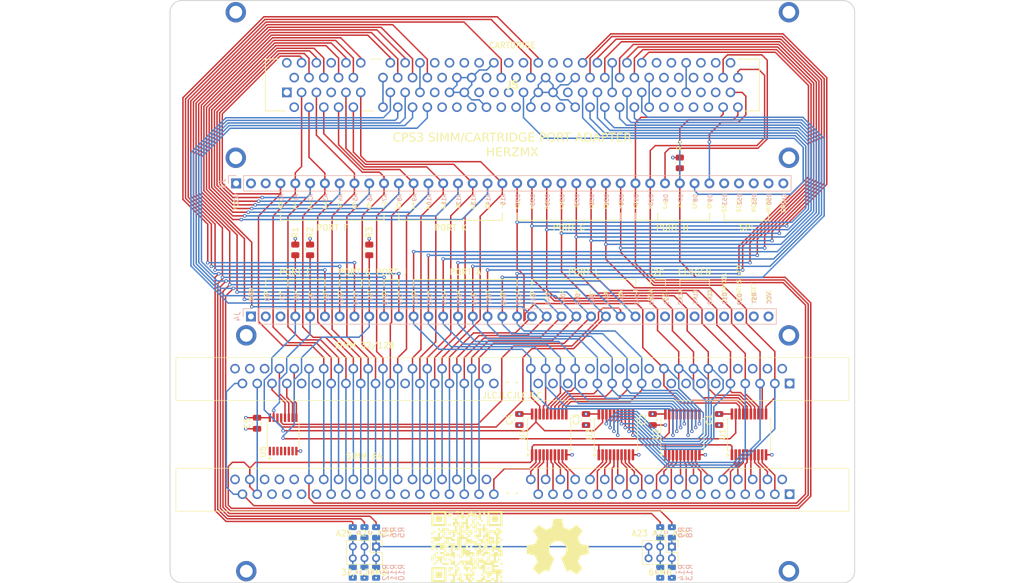
<source format=kicad_pcb>
(kicad_pcb (version 20240108) (generator "pcbnew") (generator_version "8.0")
  (layers (0 "F.Cu" signal) (1 "In1.Cu" signal) (2 "In2.Cu" signal) (31 "B.Cu" signal) (34 "B.Paste" user) (35 "F.Paste" user) (36 "B.SilkS" user "B.Silkscreen") (37 "F.SilkS" user "F.Silkscreen") (38 "B.Mask" user) (39 "F.Mask" user) (44 "Edge.Cuts" user))
  (net 0 "")
  (net 1 "VCC")
  (net 6 "GND")
  (net 27 "A19")
  (net 28 "A13")
  (net 29 "A18")
  (net 30 "A6")
  (net 31 "A10")
  (net 32 "A20")
  (net 33 "A3")
  (net 34 "A11")
  (net 35 "A1")
  (net 36 "A17")
  (net 37 "A12")
  (net 38 "A7")
  (net 39 "A5")
  (net 40 "A15")
  (net 41 "OE")
  (net 42 "A16")
  (net 43 "A8")
  (net 44 "A9")
  (net 45 "A2")
  (net 46 "WE")
  (net 47 "A14")
  (net 48 "A4")
  (net 49 "A0")
  (net 50 "DQ7")
  (net 51 "DQ0")
  (net 52 "DQ3")
  (net 53 "DQ1")
  (net 54 "DQ4")
  (net 55 "DQ2")
  (net 56 "DQ5")
  (net 57 "DQ6")
  (net 58 "DQ10")
  (net 59 "DQ9")
  (net 60 "DQ14")
  (net 61 "DQ15")
  (net 62 "CLK0")
  (net 63 "DQ11")
  (net 64 "DQ13")
  (net 65 "CLK2")
  (net 66 "A23")
  (net 67 "A21")
  (net 68 "DQ12")
  (net 69 "CLK1")
  (net 70 "A22")
  (net 71 "DQ8")
  (net 72 "/IC3-D7")
  (net 73 "/IC4-D1")
  (net 74 "/IC4-D6")
  (net 75 "/IC2-D4")
  (net 76 "/IC3-D4")
  (net 77 "/IC3-D3")
  (net 78 "/IC2-D3")
  (net 79 "/IC4-D0")
  (net 80 "/IC2-D0")
  (net 81 "/IC3-D2")
  (net 82 "/IC1-D0")
  (net 83 "/IC1-D4")
  (net 84 "/IC4-D3")
  (net 85 "/IC2-D2")
  (net 86 "/IC1-D2")
  (net 87 "/IC4-D2")
  (net 88 "/IC4-D7")
  (net 89 "/IC2-D5")
  (net 90 "/IC1-D6")
  (net 91 "/IC3-D6")
  (net 92 "/IC1-D3")
  (net 93 "/IC2-D1")
  (net 94 "/IC1-D7")
  (net 95 "/IC2-D7")
  (net 96 "/IC3-D5")
  (net 97 "/IC4-D4")
  (net 98 "/IC4-D5")
  (net 99 "/IC3-D1")
  (net 100 "/IC1-D1")
  (net 101 "/IC1-D5")
  (net 102 "/IC2-D6")
  (net 103 "/IC3-D0")
  (net 104 "/CPUC_~{WE3}")
  (net 105 "/VSS")
  (net 106 "/~{IRL0}_CPUC")
  (net 107 "/CPUC_~{WE1}")
  (net 108 "/CPUC_~{WE0}")
  (net 109 "/RxD_CPUC")
  (net 110 "/~{RST}_WD")
  (net 111 "/~{IRL3}_CPUC")
  (net 112 "/~{BS}_CPUC")
  (net 113 "/CPUC_~{CS1}")
  (net 114 "/~{RD}_CPUC")
  (net 115 "/~{IRL2}_CPUC")
  (net 116 "/~{IRL1}_CPUC")
  (net 117 "/RD{slash}~{WR}_CPUC")
  (net 118 "/CPUC_~{CS2}")
  (net 119 "/SCK_CPUC")
  (net 120 "/FTI_CPUC")
  (net 121 "/CPUC_~{CS0}")
  (net 122 "/FTCI_CPUC")
  (net 123 "/CPUC_~{CS3}")
  (net 124 "/CPUC_~{WE2}")
  (net 125 "/DQ22")
  (net 126 "/DQ16")
  (net 127 "/DQ28")
  (net 128 "/DQ17")
  (net 129 "/DQ21")
  (net 130 "/DQ19")
  (net 131 "/DQ23")
  (net 132 "/DQ27")
  (net 133 "/DQ20")
  (net 134 "/DQ31")
  (net 135 "/DQ30")
  (net 137 "/DQ29")
  (net 138 "/DQ25")
  (net 139 "/DQ18")
  (net 140 "/DQ24")
  (net 141 "/A26")
  (net 142 "/DQ26")
  (net 143 "/CEA")
  (net 144 "/CEB")
  (net 145 "/CEC")
  (net 146 "/CED")
  (net 148 "RST")
  (net 149 "BYTE")
  (net 150 "~{CE}R_CST")
  (net 151 "CE128")
  (net 152 "A24")
  (net 153 "A25")
  (net 154 "~{RST}_CPUC")
  (net 155 "WAIT_CPUC")
  (net 156 "~{STBY_WD}")
  (net 157 "CKIO_CPUC")
  (net 176 "CE64LSB")
  (net 178 "CE64MSB")
  (net 180 "/A25R")
  (net 181 "/A24R")
  (net 182 "/A23R")
  (net 183 "/A21R")
  (net 184 "/A22R")
  (footprint "CPS3:SSOP-20_5.3x7.2mm_P0.65mm_.45" (layer "F.Cu") (at 156.325 124.508101 90)
    (property "Reference" "U4")
    (property "Value" "74LS245")
  )
  (footprint "Capacitor_SMD:C_0805_2012Metric" (layer "F.Cu") (at 174.08 121.9581 90)
    (property "Reference" "C2")
    (property "Value" "100nf")
  )
  (footprint "MountingHole:MountingHole_2.2mm_M2_ISO7380_Pad" (layer "F.Cu") (at 104.3 148)
    (property "Reference" "M2_5" (hide yes))
    (property "Value" "Screw_Terminal_01x01" (hide yes))
  )
  (footprint "MountingHole:MountingHole_2.2mm_M2_ISO7380_Pad" (layer "F.Cu") (at 104.3 107.5)
    (property "Reference" "M2_5" (hide yes))
    (property "Value" "Screw_Terminal_01x01" (hide yes))
  )
  (footprint "CPS3:SSOP-20_5.3x7.2mm_P0.65mm_.45" (layer "F.Cu") (at 167.775 124.508101 90)
    (property "Reference" "U3")
    (property "Value" "74LS245")
  )
  (footprint "Capacitor_SMD:C_0805_2012Metric" (layer "F.Cu") (at 162.65 121.9581 90)
    (property "Reference" "C3")
    (property "Value" "100nf")
  )
  (footprint "5145154-1:51451541" (layer "F.Cu") (at 111.2625 65.769999)
    (property "Reference" "J5")
    (property "Value" "5145154-1" (hide yes))
  )
  (footprint "MountingHole:MountingHole_2.2mm_M2_ISO7380_Pad" (layer "F.Cu") (at 197.5 77)
    (property "Reference" "M2_4" (hide yes))
    (property "Value" "Screw_Terminal_01x01" (hide yes))
  )
  (footprint "Capacitor_SMD:C_0805_2012Metric" (layer "F.Cu") (at 106.15 122.5956 90)
    (property "Reference" "C5")
    (property "Value" "100nf")
  )
  (footprint "Resistor_SMD:R_0805_2012Metric" (layer "F.Cu") (at 112.72 92.825 -90)
    (property "Reference" "R1")
    (property "Value" "10K" (hide yes))
  )
  (footprint "Connector_PinHeader_2.00mm:PinHeader_2x03_P2.00mm_Vertical" (layer "F.Cu") (at 177.395 143.785 -90)
    (property "Reference" "J7" (hide yes))
    (property "Value" "Conn_02x03_Counter_Clockwise" (hide yes))
  )
  (footprint "CPS3:OpenHW" (layer "F.Cu") (at 157.795 143.785)
    (property "Reference" "REF**" (hide yes))
    (property "Value" "OpenHW" (hide yes))
  )
  (footprint "CPS3:SSOP-20_5.3x7.2mm_P0.65mm_.45" (layer "F.Cu") (at 179.205 124.508101 90)
    (property "Reference" "U2")
    (property "Value" "74LS245")
  )
  (footprint "MountingHole:MountingHole_2.2mm_M2_ISO7380_Pad" (layer "F.Cu") (at 102.5 52)
    (property "Reference" "M2_1" (hide yes))
    (property "Value" "Screw_Terminal_01x01" (hide yes))
  )
  (footprint "5822030-3:58220303" (layer "F.Cu") (at 197.62 134.783101 180)
    (property "Reference" "J2")
    (property "Value" "64MB" (hide yes))
  )
  (footprint "Resistor_SMD:R_0805_2012Metric" (layer "F.Cu") (at 115.26 92.825 -90)
    (property "Reference" "R2")
    (property "Value" "10K" (hide yes))
  )
  (footprint "MountingHole:MountingHole_2.2mm_M2_ISO7380_Pad" (layer "F.Cu") (at 197.5 107.5)
    (property "Reference" "M2_6" (hide yes))
    (property "Value" "Screw_Terminal_01x01" (hide yes))
  )
  (footprint "Capacitor_SMD:C_0805_2012Metric" (layer "F.Cu") (at 151.2 121.9581 90)
    (property "Reference" "C4")
    (property "Value" "100nf")
  )
  (footprint "MountingHole:MountingHole_2.2mm_M2_ISO7380_Pad" (layer "F.Cu") (at 197.5 52)
    (property "Reference" "M2_2" (hide yes))
    (property "Value" "Screw_Terminal_01x01" (hide yes))
  )
  (footprint "CPS3:SSOP-20_5.3x7.2mm_P0.65mm_.45" (layer "F.Cu") (at 190.635 124.508101 90)
    (property "Reference" "U1")
    (property "Value" "74LS245")
  )
  (footprint "MountingHole:MountingHole_2.2mm_M2_ISO7380_Pad" (layer "F.Cu") (at 102.5 77)
    (property "Reference" "M2_3" (hide yes))
    (property "Value" "Screw_Terminal_01x01" (hide yes))
  )
  (footprint "5822030-3:58220303" (layer "F.Cu") (at 197.62 115.7631 180)
    (property "Reference" "J1")
    (property "Value" "128MB" (hide yes))
  )
  (footprint "" (layer "F.Cu") (at 197.5 148)
    (property "Reference" "")
    (property "Value" "")
  )
  (footprint "Resistor_SMD:R_0805_2012Metric" (layer "F.Cu") (at 125.42 92.825 -90)
    (property "Reference" "R3")
    (property "Value" "10K" (hide yes))
  )
  (footprint "" (layer "F.Cu") (at 196.77 104.255)
    (property "Reference" "")
    (property "Value" "")
  )
  (footprint "CPS3:QR-CPS3-OSCR" (layer "F.Cu") (at 142.195 143.785)
    (property "Reference" "REF**" (hide yes))
    (property "Value" "QR-CPS3-OSCR" (hide yes))
  )
  (footprint "Connector_PinHeader_2.00mm:PinHeader_2x03_P2.00mm_Vertical" (layer "F.Cu") (at 126.595 143.785 -90)
    (property "Reference" "J6" (hide yes))
    (property "Value" "Conn_02x03_Counter_Clockwise" (hide yes))
  )
  (footprint "Resistor_SMD:R_0805_2012Metric" (layer "F.Cu") (at 178.76 77.875 -90)
    (property "Reference" "R4")
    (property "Value" "10K" (hide yes))
  )
  (footprint "Capacitor_SMD:C_0805_2012Metric" (layer "F.Cu") (at 185.51 121.9581 90)
    (property "Reference" "C1")
    (property "Value" "100nf")
  )
  (footprint "Package_SO:TSSOP-16_4.4x5mm_P0.65mm" (layer "F.Cu") (at 110.625 124.508101 90)
    (property "Reference" "U5")
    (property "Value" "74HCT139")
  )
  (footprint "Connector_PinHeader_2.54mm:PinHeader_1x36_P2.54mm_Vertical" (layer "B.Cu") (at 105.1 104.255 -90)
    (property "Reference" "J4")
    (property "Value" "CART SLOT BOTTOM ROW")
  )
  (footprint "Resistor_SMD:R_0805_2012Metric" (layer "B.Cu") (at 177.395 141.35 -90)
    (property "Reference" "R8")
    (property "Value" "1K" (hide yes))
  )
  (footprint "Resistor_SMD:R_0805_2012Metric" (layer "B.Cu") (at 175.395 148.22 90)
    (property "Reference" "R14")
    (property "Value" "2K" (hide yes))
  )
  (footprint "Resistor_SMD:R_0805_2012Metric" (layer "B.Cu") (at 122.595 141.35 -90)
    (property "Reference" "R7")
    (property "Value" "1K" (hide yes))
  )
  (footprint "Resistor_SMD:R_0805_2012Metric" (layer "B.Cu") (at 122.595 148.22 90)
    (property "Reference" "R12")
    (property "Value" "2K" (hide yes))
  )
  (footprint "Resistor_SMD:R_0805_2012Metric" (layer "B.Cu") (at 175.395 141.35 -90)
    (property "Reference" "R9")
    (property "Value" "1K" (hide yes))
  )
  (footprint "Resistor_SMD:R_0805_2012Metric" (layer "B.Cu") (at 126.595 148.22 90)
    (property "Reference" "R10")
    (property "Value" "2K" (hide yes))
  )
  (footprint "Resistor_SMD:R_0805_2012Metric" (layer "B.Cu") (at 124.595 141.35 -90)
    (property "Reference" "R6")
    (property "Value" "1K" (hide yes))
  )
  (footprint "Resistor_SMD:R_0805_2012Metric" (layer "B.Cu") (at 126.595 141.35 -90)
    (property "Reference" "R5")
    (property "Value" "1K" (hide yes))
  )
  (footprint "Connector_PinHeader_2.54mm:PinHeader_1x38_P2.54mm_Vertical" (layer "B.Cu") (at 102.56 81.395 -90)
    (property "Reference" "J3")
    (property "Value" "CART SLOT TOP ROW")
  )
  (footprint "Resistor_SMD:R_0805_2012Metric" (layer "B.Cu") (at 124.595 148.22 90)
    (property "Reference" "R11")
    (property "Value" "2K" (hide yes))
  )
  (footprint "Resistor_SMD:R_0805_2012Metric" (layer "B.Cu") (at 177.395 148.22 90)
    (property "Reference" "R13")
    (property "Value" "2K" (hide yes))
  )
  (gr_line (start 117.8 97.905) (end 117.8 99.175) (stroke (width 0.15)) (layer "F.SilkS"))
  (gr_line (start 186.38 87.745) (end 186.38 86.475) (stroke (width 0.15)) (layer "F.SilkS"))
  (gr_line (start 173.7 97.865) (end 176.3 97.865) (stroke (width 0.15)) (layer "F.SilkS"))
  (gr_line (start 174.95 86.475) (end 174.95 87.745) (stroke (width 0.15)) (layer "F.SilkS"))
  (gr_line (start 130.5 87.745) (end 148.28 87.745) (stroke (width 0.15)) (layer "F.SilkS"))
  (gr_line (start 194 86.475) (end 194 87.745) (stroke (width 0.15)) (layer "F.SilkS"))
  (gr_line (start 124.15 97.905) (end 124.15 99.175) (stroke (width 0.15)) (layer "F.SilkS"))
  (gr_line (start 150.82 97.905) (end 150.82 99.175) (stroke (width 0.15)) (layer "F.SilkS"))
  (gr_line (start 110.18 87.745) (end 127.96 87.745) (stroke (width 0.15)) (layer "F.SilkS"))
  (gr_line (start 120.34 97.905) (end 125.42 97.905) (stroke (width 0.15)) (layer "F.SilkS"))
  (gr_line (start 150.82 87.745) (end 168.6 87.745) (stroke (width 0.15)) (layer "F.SilkS"))
  (gr_line (start 178.76 97.905) (end 183.84 97.905) (stroke (width 0.15)) (layer "F.SilkS"))
  (gr_line (start 127.96 97.905) (end 130.5 97.905) (stroke (width 0.15)) (layer "F.SilkS"))
  (gr_line (start 171.14 86.475) (end 171.14 87.745) (stroke (width 0.15)) (layer "F.SilkS"))
  (gr_line (start 173.7 99.135) (end 173.7 97.865) (stroke (width 0.15)) (layer "F.SilkS"))
  (gr_line (start 125.42 97.905) (end 125.42 99.175) (stroke (width 0.15)) (layer "F.SilkS"))
  (gr_line (start 120.34 99.175) (end 120.34 97.905) (stroke (width 0.15)) (layer "F.SilkS"))
  (gr_line (start 130.5 86.475) (end 130.5 87.745) (stroke (width 0.15)) (layer "F.SilkS"))
  (gr_line (start 133.04 97.905) (end 150.82 97.905) (stroke (width 0.15)) (layer "F.SilkS"))
  (gr_line (start 183.84 97.905) (end 183.84 99.175) (stroke (width 0.15)) (layer "F.SilkS"))
  (gr_line (start 176.3 97.865) (end 176.3 99.135) (stroke (width 0.15)) (layer "F.SilkS"))
  (gr_line (start 171.2 99.0675) (end 171.2 97.9) (stroke (width 0.15)) (layer "F.SilkS"))
  (gr_line (start 133.04 99.175) (end 133.04 97.905) (stroke (width 0.15)) (layer "F.SilkS"))
  (gr_line (start 107.64 99.175) (end 107.64 97.905) (stroke (width 0.15)) (layer "F.SilkS"))
  (gr_line (start 111.45 97.905) (end 111.45 99.175) (stroke (width 0.15)) (layer "F.SilkS"))
  (gr_line (start 183.84 87.745) (end 183.84 86.475) (stroke (width 0.15)) (layer "F.SilkS"))
  (gr_line (start 168.6 87.745) (end 168.6 86.475) (stroke (width 0.15)) (layer "F.SilkS"))
  (gr_line (start 127.96 87.745) (end 127.96 86.475) (stroke (width 0.15)) (layer "F.SilkS"))
  (gr_line (start 150.82 86.475) (end 150.82 87.745) (stroke (width 0.15)) (layer "F.SilkS"))
  (gr_line (start 110.18 86.475) (end 110.18 87.745) (stroke (width 0.15)) (layer "F.SilkS"))
  (gr_line (start 148.28 87.745) (end 148.28 86.475) (stroke (width 0.15)) (layer "F.SilkS"))
  (gr_line (start 153.36 97.905) (end 171.2 97.9) (stroke (width 0.15)) (layer "F.SilkS"))
  (gr_line (start 130.5 97.905) (end 130.5 99.175) (stroke (width 0.15)) (layer "F.SilkS"))
  (gr_line (start 127.96 99.175) (end 127.96 97.905) (stroke (width 0.15)) (layer "F.SilkS"))
  (gr_line (start 153.36 99.175) (end 153.36 97.905) (stroke (width 0.15)) (layer "F.SilkS"))
  (gr_line (start 107.64 97.905) (end 117.8 97.905) (stroke (width 0.15)) (layer "F.SilkS"))
  (gr_line (start 186.38 87.745) (end 194 87.745) (stroke (width 0.15)) (layer "F.SilkS"))
  (gr_line (start 178.76 99.175) (end 178.76 97.905) (stroke (width 0.15)) (layer "F.SilkS"))
  (gr_line (start 171.14 87.745) (end 183.84 87.745) (stroke (width 0.15)) (layer "F.SilkS"))
  (gr_arc (start 93.205 150) (mid 91.790786 149.414214) (end 91.205 148) (stroke (width 0.15)) (layer "Edge.Cuts"))
  (gr_arc (start 91.204999 52) (mid 91.790786 50.585786) (end 93.205 50) (stroke (width 0.15)) (layer "Edge.Cuts"))
  (gr_line (start 93.205 50) (end 206.785 50) (stroke (width 0.15)) (layer "Edge.Cuts"))
  (gr_line (start 91.205 148) (end 91.205 52) (stroke (width 0.15)) (layer "Edge.Cuts"))
  (gr_arc (start 206.785 50) (mid 208.199214 50.585786) (end 208.785 52) (stroke (width 0.15)) (layer "Edge.Cuts"))
  (gr_line (start 208.785 148) (end 208.785 52) (stroke (width 0.15)) (layer "Edge.Cuts"))
  (gr_arc (start 208.785 148) (mid 208.199214 149.414214) (end 206.785 150) (stroke (width 0.15)) (layer "Edge.Cuts"))
  (gr_line (start 93.205 150) (end 206.785 150) (stroke (width 0.15)) (layer "Edge.Cuts"))
  (gr_text "A1" (at 112.86 83.14 90) (layer "B.SilkS") (effects (font (size 0.7 0.7) (thickness 0.125)) (justify left mirror)))
  (gr_text "GND" (at 196.72 83.061 90) (layer "B.SilkS") (effects (font (size 0.7 0.7) (thickness 0.125)) (justify left mirror)))
  (gr_text "D33" (at 161.12 83.14 90) (layer "B.SilkS") (effects (font (size 0.7 0.7) (thickness 0.125)) (justify left mirror)))
  (gr_text "D35" (at 156.04 83.14 90) (layer "B.SilkS") (effects (font (size 0.7 0.7) (thickness 0.125)) (justify left mirror)))
  (gr_text "D40" (at 123.16 100.219 90) (layer "B.SilkS") (effects (font (size 0.7 0.7) (thickness 0.125)) (justify left mirror)))
  (gr_text "D51" (at 191.58 83.02 90) (layer "B.SilkS") (effects (font (size 0.7 0.7) (thickness 0.125)) (justify left mirror)))
  (gr_text "A8" (at 130.64 83.14 90) (layer "B.SilkS") (effects (font (size 0.7 0.7) (thickness 0.125)) (justify left mirror)))
  (gr_text "A5" (at 123.02 83.14 90) (layer "B.SilkS") (effects (font (size 0.7 0.7) (thickness 0.125)) (justify left mirror)))
  (gr_text "D43" (at 168.88 100.219 90) (layer "B.SilkS") (effects (font (size 0.7 0.7) (thickness 0.125)) (justify left mirror)))
  (gr_text "D13" (at 186.5 100.049 90) (layer "B.SilkS") (effects (font (size 0.7 0.7) (thickness 0.125)) (justify left mirror)))
  (gr_text "D38" (at 189.04 100.219 90) (layer "B.SilkS") (effects (font (size 0.7 0.7) (thickness 0.125)) (justify left mirror)))
  (gr_text "D29" (at 151.1 100.219 90) (layer "B.SilkS") (effects (font (size 0.7 0.7) (thickness 0.125)) (justify left mirror)))
  (gr_text "A14" (at 145.88 83.14 90) (layer "B.SilkS") (effects (font (size 0.7 0.7) (thickness 0.125)) (justify left mirror)))
  (gr_text "CLK0" (at 183.96 99.541 90) (layer "B.SilkS") (effects (font (size 0.7 0.7) (thickness 0.125)) (justify left mirror)))
  (gr_text "D2" (at 115.54 100.219 90) (layer "B.SilkS") (effects (font (size 0.7 0.7) (thickness 0.125)) (justify left mirror)))
  (gr_text "D44" (at 166.34 100.219 90) (layer "B.SilkS") (effects (font (size 0.7 0.7) (thickness 0.125)) (justify left mirror)))
  (gr_text "D15" (at 128.24 100.219 90) (layer "B.SilkS") (effects (font (size 0.7 0.7) (thickness 0.125)) (justify left mirror)))
  (gr_text "D45" (at 163.8 100.219 90) (layer "B.SilkS") (effects (font (size 0.7 0.7) (thickness 0.125)) (justify left mirror)))
  (gr_text "D49" (at 153.64 100.219 90) (layer "B.SilkS") (effects (font (size 0.7 0.7) (thickness 0.125)) (justify left mirror)))
  (gr_text "D52" (at 189.04 83.02 90) (layer "B.SilkS") (effects (font (size 0.7 0.7) (thickness 0.125)) (justify left mirror)))
  (gr_text "D20" (at 173.96 100.219 90) (layer "B.SilkS") (effects (font (size 0.7 0.7) (thickness 0.125)) (justify left mirror)))
  (gr_text "GND" (at 105.22 99.541 90) (layer "B.SilkS") (effects (font (size 0.7 0.7) (thickness 0.125)) (justify left mirror)))
  (gr_text "CLK1" (at 181.42 99.541 90) (layer "B.SilkS") (effects (font (size 0.7 0.7) (thickness 0.125)) (justify left mirror)))
  (gr_text "D3" (at 118.08 100.219 90) (layer "B.SilkS") (effects (font (size 0.7 0.7) (thickness 0.125)) (justify left mirror)))
  (gr_text "D23" (at 135.86 100.219 90) (layer "B.SilkS") (effects (font (size 0.7 0.7) (thickness 0.125)) (justify left mirror)))
  (gr_text "A7" (at 128.1 83.14 90) (layer "B.SilkS") (effects (font (size 0.7 0.7) (thickness 0.125)) (justify left mirror)))
  (gr_text "A10" (at 135.72 83.14 90) (layer "B.SilkS") (effects (font (size 0.7 0.7) (thickness 0.125)) (justify left mirror)))
  (gr_text "A0" (at 110.32 83.14 90) (layer "B.SilkS") (effects (font (size 0.7 0.7) (thickness 0.125)) (justify left mirror)))
  (gr_text "CLK2" (at 178.88 99.541 90) (layer "B.SilkS") (effects (font (size 0.7 0.7) (thickness 0.125)) (justify left mirror)))
  (gr_text "D5" (at 113 100.219 90) (layer "B.SilkS") (effects (font (size 0.7 0.7) (thickness 0.125)) (justify left mirror)))
  (gr_text "A6" (at 125.56 83.14 90) (layer "B.SilkS") (effects (font (size 0.7 0.7) (thickness 0.125)) (justify left mirror)))
  (gr_text "D0" (at 107.92 100.219 90) (layer "B.SilkS") (effects (font (size 0.7 0.7) (thickness 0.125)) (justify left mirror)))
  (gr_text "A4" (at 120.48 83.14 90) (layer "B.SilkS") (effects (font (size 0.7 0.7) (thickness 0.125)) (justify left mirror)))
  (gr_text "D47" (at 158.72 100.219 90) (layer "B.SilkS") (effects (font (size 0.7 0.7) (thickness 0.125)) (justify left mirror)))
  (gr_text "D22" (at 133.32 100.219 90) (layer "B.SilkS") (effects (font (size 0.7 0.7) (thickness 0.125)) (justify left mirror)))
  (gr_text "D8" (at 181.44 83.14 90) (layer "B.SilkS") (effects (font (size 0.7 0.7) (thickness 0.125)) (justify left mirror)))
  (gr_text "D26" (at 143.48 100.219 90) (layer "B.SilkS") (effects (font (size 0.7 0.7) (thickness 0.125)) (justify left mirror)))
  (gr_text "D25" (at 140.94 100.219 90) (layer "B.SilkS") (effects (font (size 0.7 0.7) (thickness 0.125)) (justify left mirror)))
  (gr_text "D24" (at 138.4 100.219 90) (layer "B.SilkS") (effects (font (size 0.7 0.7) (thickness 0.125)) (justify left mirror)))
  (gr_text "VCC" (at 194.12 100.049 90) (layer "B.SilkS") (effects (font (size 0.7 0.7) (thickness 0.125)) (justify left mirror)))
  (gr_text "D36" (at 153.5 83.14 90) (layer "B.SilkS") (effects (font (size 0.7 0.7) (thickness 0.125)) (justify left mirror)))
  (gr_text "D9" (at 183.98 83.14 90) (layer "B.SilkS") (effects (font (size 0.7 0.7) (thickness 0.125)) (justify left mirror)))
  (gr_text "D7" (at 178.9 83.14 90) (layer "B.SilkS") (effects (font (size 0.7 0.7) (thickness 0.125)) (justify left mirror)))
  (gr_text "D34" (at 158.58 83.14 90) (layer "B.SilkS") (effects (font (size 0.7 0.7) (thickness 0.125)) (justify left mirror)))
  (gr_text "D14" (at 130.78 100.219 90) (layer "B.SilkS") (effects (font (size 0.7 0.7) (thickness 0.125)) (justify left mirror)))
  (gr_text "D4" (at 125.7 100.219 90) (layer "B.SilkS") (effects (font (size 0.7 0.7) (thickness 0.125)) (justify left mirror)))
  (gr_text "D30" (at 168.74 83.14 90) (layer "B.SilkS") (effects (font (size 0.7 0.7) (thickness 0.125)) (justify left mirror)))
  (gr_text "D53" (at 186.5 83.02 90) (layer "B.SilkS") (effects (font (size 0.7 0.7) (thickness 0.125)) (justify left mirror)))
  (gr_text "A11" (at 138.26 83.14 90) (layer "B.SilkS") (effects (font (size 0.7 0.7) (thickness 0.125)) (justify left mirror)))
  (gr_text "A9" (at 133.18 83.14 90) (layer "B.SilkS") (effects (font (size 0.7 0.7) (thickness 0.125)) (justify left mirror)))
  (gr_text "A15" (at 148.42 83.14 90) (layer "B.SilkS") (effects (font (size 0.7 0.7) (thickness 0.125)) (justify left mirror)))
  (gr_text "A12" (at 140.8 83.14 90) (layer "B.SilkS") (effects (font (size 0.7 0.7) (thickness 0.125)) (justify left mirror)))
  (gr_text "D50" (at 194.12 83.02 90) (layer "B.SilkS") (effects (font (size 0.7 0.7) (thickness 0.125)) (justify left mirror)))
  (gr_text "D32" (at 163.66 83.14 90) (layer "B.SilkS") (effects (font (size 0.7 0.7) (thickness 0.125)) (justify left mirror)))
  (gr_text "D37" (at 150.96 83.14 90) (layer "B.SilkS") (effects (font (size 0.7 0.7) (thickness 0.125)) (justify left mirror)))
  (gr_text "D28" (at 148.56 100.219 90) (layer "B.SilkS") (effects (font (size 0.7 0.7) (thickness 0.125)) (justify left mirror)))
  (gr_text "D17" (at 171.28 83.14 90) (layer "B.SilkS") (effects (font (size 0.7 0.7) (thickness 0.125)) (justify left mirror)))
  (gr_text "D27" (at 146.02 100.219 90) (layer "B.SilkS") (effects (font (size 0.7 0.7) (thickness 0.125)) (justify left mirror)))
  (gr_text "D42" (at 171.42 100.219 90) (layer "B.SilkS") (effects (font (size 0.7 0.7) (thickness 0.125)) (justify left mirror)))
  (gr_text "D31" (at 166.2 83.14 90) (layer "B.SilkS") (effects (font (size 0.7 0.7) (thickness 0.125)) (justify left mirror)))
  (gr_text "D41" (at 120.62 100.219 90) (layer "B.SilkS") (effects (font (size 0.7 0.7) (thickness 0.125)) (justify left mirror)))
  (gr_text "D1" (at 110.46 100.219 90) (layer "B.SilkS") (effects (font (size 0.7 0.7) (thickness 0.125)) (justify left mirror)))
  (gr_text "D16" (at 173.82 83.14 90) (layer "B.SilkS") (effects (font (size 0.7 0.7) (thickness 0.125)) (justify left mirror)))
  (gr_text "A2" (at 115.4 83.14 90) (layer "B.SilkS") (effects (font (size 0.7 0.7) (thickness 0.125)) (justify left mirror)))
  (gr_text "D6" (at 176.36 83.14 90) (layer "B.SilkS") (effects (font (size 0.7 0.7) (thickness 0.125)) (justify left mirror)))
  (gr_text "D21" (at 176.5 100.219 90) (layer "B.SilkS") (effects (font (size 0.7 0.7) (thickness 0.125)) (justify left mirror)))
  (gr_text "A3" (at 117.94 83.14 90) (layer "B.SilkS") (effects (font (size 0.7 0.7) (thickness 0.125)) (justify left mirror)))
  (gr_text "D46" (at 161.26 100.219 90) (layer "B.SilkS") (effects (font (size 0.7 0.7) (thickness 0.125)) (justify left mirror)))
  (gr_text "VCC" (at 102.68 83.02 90) (layer "B.SilkS") (effects (font (size 0.7 0.7) (thickness 0.125)) (justify left mirror)))
  (gr_text "D48" (at 156.18 100.219 90) (layer "B.SilkS") (effects (font (size 0.7 0.7) (thickness 0.125)) (justify left mirror)))
  (gr_text "RST" (at 191.58 100.049 90) (layer "B.SilkS") (effects (font (size 0.7 0.7) (thickness 0.125)) (justify left mirror)))
  (gr_text "A13" (at 143.34 83.14 90) (layer "B.SilkS") (effects (font (size 0.7 0.7) (thickness 0.125)) (justify left mirror)))
  (gr_text "MISO" (at 194 86.475 90) (layer "F.SilkS") (effects (font (size 0.7 0.7) (thickness 0.125)) (justify left)))
  (gr_text "4" (at 143.2 100.445 0) (layer "F.SilkS") (effects (font (size 1 1))))
  (gr_text "3" (at 160.98 100.445 0) (layer "F.SilkS") (effects (font (size 1 1))))
  (gr_text "SCK" (at 188.92 86.475 90) (layer "F.SilkS") (effects (font (size 0.7 0.7) (thickness 0.125)) (justify left)))
  (gr_text "PORT L" (at 162.25 96.635 0) (layer "F.SilkS") (effects (font (size 1 1))))
  (gr_text "SIMM 32/128" (at 124.595 109.2231 0) (layer "F.SilkS") (effects (font (size 1 1))))
  (gr_text "1" (at 112.72 85.205 0) (layer "F.SilkS") (effects (font (size 1 1))))
  (gr_text "MOSI" (at 191.46 86.475 90) (layer "F.SilkS") (effects (font (size 0.7 0.7) (thickness 0.125)) (justify left)))
  (gr_text "0" (at 107.64 100.445 0) (layer "F.SilkS") (effects (font (size 1 1))))
  (gr_text "PORT F" (at 119.07 89.015 0) (layer "F.SilkS") (effects (font (size 1 1))))
  (gr_text "5" (at 145.74 100.445 0) (layer "F.SilkS") (effects (font (size 1 1))))
  (gr_text "6" (at 145.74 85.205 0) (layer "F.SilkS") (effects (font (size 1 1))))
  (gr_text "4" (at 140.66 85.205 0) (layer "F.SilkS") (effects (font (size 1 1))))
  (gr_text "4" (at 160.98 85.205 0) (layer "F.SilkS") (effects (font (size 1 1))))
  (gr_text "6" (at 183.84 85.205 0) (layer "F.SilkS") (effects (font (size 1 1))))
  (gr_text "JLCJLCJLCJLC" (at 150 117.8 0) (layer "F.SilkS") (effects (font (size 1 1))))
  (gr_text "CLKGEN" (at 181.3 96.635 0) (layer "F.SilkS") (effects (font (size 1 1))))
  (gr_text "0" (at 171.14 85.205 0) (layer "F.SilkS") (effects (font (size 1 1))))
  (gr_text "GND" (at 105.1 101.545 90) (layer "F.SilkS") (effects (font (size 0.7 0.7) (thickness 0.125)) (justify left)))
  (gr_text "SCL" (at 176.2 101.7 90) (layer "F.SilkS") (effects (font (size 0.7 0.7) (thickness 0.125)) (justify left)))
  (gr_text "5" (at 166.06 100.445 0) (layer "F.SilkS") (effects (font (size 1 1))))
  (gr_text "0" (at 127.96 100.445 0) (layer "F.SilkS") (effects (font (size 1 1))))
  (gr_text "PORT C" (at 159.71 89.015 0) (layer "F.SilkS") (effects (font (size 1 1))))
  (gr_text "PORT G" (at 122.88 96.635 0) (layer "F.SilkS") (effects (font (size 1 1))))
  (gr_text "PORT K" (at 139.39 89.015 0) (layer "F.SilkS") (effects (font (size 1 1))))
  (gr_text "2" (at 135.58 85.205 0) (layer "F.SilkS") (effects (font (size 1 1))))
  (gr_text "1" (at 135.58 100.445 0) (layer "F.SilkS") (effects (font (size 1 1))))
  (gr_text "VCC" (at 102.56 86.305 90) (layer "F.SilkS") (effects (font (size 0.7 0.7) (thickness 0.125)) (justify left)))
  (gr_text "0" (at 133.04 100.445 0) (layer "F.SilkS") (effects (font (size 1 1))))
  (gr_text "3" (at 158.44 85.205 0) (layer "F.SilkS") (effects (font (size 1 1))))
  (gr_text "CARTDRIGE" (at 150 57.689999 0) (layer "F.SilkS") (effects (font (size 1 1))))
  (gr_text "1" (at 110.18 100.445 0) (layer "F.SilkS") (effects (font (size 1 1))))
  (gr_text "1" (at 181.3 100.445 0) (layer "F.SilkS") (effects (font (size 1 1))))
  (gr_text "1" (at 173.68 85.205 0) (layer "F.SilkS") (effects (font (size 1 1))))
  (gr_text "0" (at 120.34 100.445 0) (layer "F.SilkS") (effects (font (size 1 1))))
  (gr_text "1" (at 130.5 100.445 0) (layer "F.SilkS") (effects (font (size 1 1))))
  (gr_text "2" (at 138.12 100.445 0) (layer "F.SilkS") (effects (font (size 1 1))))
  (gr_text "4" (at 163.52 100.445 0) (layer "F.SilkS") (effects (font (size 1 1))))
  (gr_text "3" (at 112.72 100.445 0) (layer "F.SilkS") (effects (font (size 1 1))))
  (gr_text "A23 A22 A21" (at 175.395 141.5 0) (layer "F.SilkS") (effects (font (size 1 1))))
  (gr_text "1" (at 153.36 85.205 0) (layer "F.SilkS") (effects (font (size 1 1))))
  (gr_text "SDA" (at 173.7 101.7 90) (layer "F.SilkS") (effects (font (size 0.7 0.7) (thickness 0.125)) (justify left)))
  (gr_text "5" (at 181.3 85.205 0) (layer "F.SilkS") (effects (font (size 1 1))))
  (gr_text "6" (at 166.06 85.205 0) (layer "F.SilkS") (effects (font (size 1 1))))
  (gr_text "64MB\n" (at 175.395 148.2 0) (layer "F.SilkS") (effects (font (size 1 1))))
  (gr_text "7" (at 148.28 85.205 0) (layer "F.SilkS") (effects (font (size 1 1))))
  (gr_text "CPS3 SIMM/CARTRIDGE PORT ADAPTER\nHERZMX" (at 149.98 74.8525 0) (layer "F.SilkS") (effects (font (size 1.5 1.5))))
  (gr_text "SPI" (at 190.19 89.015 0) (layer "F.SilkS") (effects (font (size 1 1))))
  (gr_text "1" (at 133.04 85.205 0) (layer "F.SilkS") (effects (font (size 1 1))))
  (gr_text "4" (at 178.76 85.205 0) (layer "F.SilkS") (effects (font (size 1 1))))
  (gr_text "4" (at 120.34 85.205 0) (layer "F.SilkS") (effects (font (size 1 1))))
  (gr_text "7" (at 171.14 100.4 0) (layer "F.SilkS") (effects (font (size 1 1))))
  (gr_text "2" (at 178.76 100.445 0) (layer "F.SilkS") (effects (font (size 1 1))))
  (gr_text "GND" (at 196.54 86.475 90) (layer "F.SilkS") (effects (font (size 0.7 0.7) (thickness 0.125)) (justify left)))
  (gr_text "3" (at 117.8 85.205 0) (layer "F.SilkS") (effects (font (size 1 1))))
  (gr_text "0" (at 130.5 85.205 0) (layer "F.SilkS") (effects (font (size 1 1))))
  (gr_text "SIMM 64" (at 124.595 128.243101 0) (layer "F.SilkS") (effects (font (size 1 1))))
  (gr_text "4" (at 115.26 100.445 0) (layer "F.SilkS") (effects (font (size 1 1))))
  (gr_text "7" (at 127.96 85.205 0) (layer "F.SilkS") (effects (font (size 1 1))))
  (gr_text "2" (at 115.26 85.205 0) (layer "F.SilkS") (effects (font (size 1 1))))
  (gr_text "1" (at 122.88 100.445 0) (layer "F.SilkS") (effects (font (size 1 1))))
  (gr_text "NEOPIXEL" (at 186.38 101.715 90) (layer "F.SilkS") (effects (font (size 0.7 0.7) (thickness 0.125)) (justify left)))
  (gr_text "3" (at 176.22 85.205 0) (layer "F.SilkS") (effects (font (size 1 1))))
  (gr_text "6" (at 148.28 100.445 0) (layer "F.SilkS") (effects (font (size 1 1))))
  (gr_text "32/128MB\n" (at 124.595 148.2 0) (layer "F.SilkS") (effects (font (size 1 1))))
  (gr_text "2" (at 155.9 85.205 0) (layer "F.SilkS") (effects (font (size 1 1))))
  (gr_text "5" (at 125.42 100.445 0) (layer "F.SilkS") (effects (font (size 1 1))))
  (gr_text "7" (at 168.6 85.205 0) (layer "F.SilkS") (effects (font (size 1 1))))
  (gr_text "6" (at 125.42 85.205 0) (layer "F.SilkS") (effects (font (size 1 1))))
  (gr_text "PORT E" (at 112.72 96.635 0) (layer "F.SilkS") (effects (font (size 1 1))))
  (gr_text "I2C" (at 174.9 96.7 0) (layer "F.SilkS") (effects (font (size 1 1))))
  (gr_text "5" (at 122.88 85.205 0) (layer "F.SilkS") (effects (font (size 1 1))))
  (gr_text "5" (at 117.8 100.445 0) (layer "F.SilkS") (effects (font (size 1 1))))
  (gr_text "5" (at 163.52 85.205 0) (layer "F.SilkS") (effects (font (size 1 1))))
  (gr_text "2" (at 158.44 100.445 0) (layer "F.SilkS") (effects (font (size 1 1))))
  (gr_text "6" (at 168.6 100.4 0) (layer "F.SilkS") (effects (font (size 1 1))))
  (gr_text "0" (at 183.84 100.445 0) (layer "F.SilkS") (effects (font (size 1 1))))
  (gr_text "STATUS LED" (at 188.92 101.715 90) (layer "F.SilkS") (effects (font (size 0.7 0.7) (thickness 0.125)) (justify left)))
  (gr_text "RESET" (at 191.46 101.715 90) (layer "F.SilkS") (effects (font (size 0.7 0.7) (thickness 0.125)) (justify left)))
  (gr_text "PORT H" (at 177.49 89.015 0) (layer "F.SilkS") (effects (font (size 1 1))))
  (gr_text "0" (at 110.18 85.205 0) (layer "F.SilkS") (effects (font (size 1 1))))
  (gr_text "3" (at 138.12 85.205 0) (layer "F.SilkS") (effects (font (size 1 1))))
  (gr_text "0" (at 150.82 85.205 0) (layer "F.SilkS") (effects (font (size 1 1))))
  (gr_text "PORT A" (at 141.93 96.635 0) (layer "F.SilkS") (effects (font (size 1 1))))
  (gr_text "SS" (at 186.38 86.475 90) (layer "F.SilkS") (effects (font (size 0.7 0.7) (thickness 0.125)) (justify left)))
  (gr_text "7" (at 150.82 100.445 0) (layer "F.SilkS") (effects (font (size 1 1))))
  (gr_text "PORT J" (at 129.23 96.635 0) (layer "F.SilkS") (effects (font (size 1 1))))
  (gr_text "0" (at 153.36 100.445 0) (layer "F.SilkS") (effects (font (size 1 1))))
  (gr_text "A25 A24 A23" (at 124.595 141.5 0) (layer "F.SilkS") (effects (font (size 1 1))))
  (gr_text "3" (at 140.66 100.445 0) (layer "F.SilkS") (effects (font (size 1 1))))
  (gr_text "1" (at 155.9 100.445 0) (layer "F.SilkS") (effects (font (size 1 1))))
  (gr_text "VCC" (at 194 101.715 90) (layer "F.SilkS") (effects (font (size 0.7 0.7) (thickness 0.125)) (justify left)))
  (gr_text "5" (at 143.2 85.205 0) (layer "F.SilkS") (effects (font (size 1 1))))
  (segment (start 115.26 91.9125) (end 115.26 90.895) (width 0.25) (layer "F.Cu") (net 1))
  (segment (start 178.76 76.9625) (end 177.555 76.9625) (width 0.25) (layer "F.Cu") (net 1))
  (segment (start 151.2 121.008101) (end 153.4 121.008101) (width 0.25) (layer "F.Cu") (net 1))
  (segment (start 108.35 121.645601) (end 106.15 121.645601) (width 0.25) (layer "F.Cu") (net 1))
  (segment (start 106.15 121.645601) (end 104.22 121.645601) (width 0.25) (layer "F.Cu") (net 1))
  (segment (start 185.51 121.008101) (end 187.71 121.008101) (width 0.25) (layer "F.Cu") (net 1))
  (segment (start 176.28 121.008101) (end 174.08 121.008101) (width 0.25) (layer "F.Cu") (net 1))
  (segment (start 125.42 91.9125) (end 125.42 90.895) (width 0.25) (layer "F.Cu") (net 1))
  (segment (start 112.72 91.9125) (end 112.72 90.895) (width 0.25) (layer "F.Cu") (net 1))
  (segment (start 164.85 121.008101) (end 162.65 121.008101) (width 0.25) (layer "F.Cu") (net 1))
  (via (at 151.2 121.008101) (size 0.61) (drill 0.305) (layers "F.Cu" "B.Cu") (net 1))
  (via (at 177.555 76.9625) (size 0.61) (drill 0.305) (layers "F.Cu" "B.Cu") (net 1))
  (via (at 112.72 90.895) (size 0.61) (drill 0.305) (layers "F.Cu" "B.Cu") (net 1))
  (via (at 115.26 90.895) (size 0.61) (drill 0.305) (layers "F.Cu" "B.Cu") (net 1))
  (via (at 162.65 121.008101) (size 0.61) (drill 0.305) (layers "F.Cu" "B.Cu") (net 1))
  (via (at 174.08 121.008101) (size 0.61) (drill 0.305) (layers "F.Cu" "B.Cu") (net 1))
  (via (at 125.42 90.895) (size 0.61) (drill 0.305) (layers "F.Cu" "B.Cu") (net 1))
  (via (at 104.22 121.645601) (size 0.61) (drill 0.305) (layers "F.Cu" "B.Cu") (net 1))
  (via (at 185.51 121.008101) (size 0.61) (drill 0.305) (layers "F.Cu" "B.Cu") (net 1))
  (segment (start 112.9 127.370601) (end 113.605 127.370601) (width 0.25) (layer "F.Cu") (net 6))
  (segment (start 159.25 128.008101) (end 160.25 128.008101) (width 0.25) (layer "F.Cu") (net 6))
  (segment (start 176.28 122.908099) (end 174.08 122.908099) (width 0.25) (layer "F.Cu") (net 6))
  (segment (start 193.56 128.008101) (end 194.56 128.008101) (width 0.25) (layer "F.Cu") (net 6))
  (segment (start 183.13 128.008101) (end 182.13 128.008101) (width 0.25) (layer "F.Cu") (net 6))
  (segment (start 106.15 123.545599) (end 104.22 123.545599) (width 0.25) (layer "F.Cu") (net 6))
  (segment (start 170.7 128.008101) (end 171.7 128.008101) (width 0.25) (layer "F.Cu") (net 6))
  (via (at 122.595 149.1325) (size 0.61) (drill 0.305) (layers "F.Cu" "B.Cu") (net 6))
  (via (at 113.605 127.370601) (size 0.61) (drill 0.305) (layers "F.Cu" "B.Cu") (net 6))
  (via (at 177.395 149.1325) (size 0.61) (drill 0.305) (layers "F.Cu" "B.Cu") (net 6))
  (via (at 104.22 123.545599) (size 0.61) (drill 0.305) (layers "F.Cu" "B.Cu") (net 6))
  (via (at 126.595 149.1325) (size 0.61) (drill 0.305) (layers "F.Cu" "B.Cu") (net 6))
  (via (at 162.65 122.908099) (size 0.61) (drill 0.305) (layers "F.Cu" "B.Cu") (net 6))
  (via (at 175.395 149.1325) (size 0.61) (drill 0.305) (layers "F.Cu" "B.Cu") (net 6))
  (via (at 171.7 128.008101) (size 0.61) (drill 0.305) (layers "F.Cu" "B.Cu") (net 6))
  (via (at 151.2 122.908099) (size 0.61) (drill 0.305) (layers "F.Cu" "B.Cu") (net 6))
  (via (at 124.595 149.1325) (size 0.61) (drill 0.305) (layers "F.Cu" "B.Cu") (net 6))
  (via (at 185.51 122.908099) (size 0.61) (drill 0.305) (layers "F.Cu" "B.Cu") (net 6))
  (via (at 194.56 128.008101) (size 0.61) (drill 0.305) (layers "F.Cu" "B.Cu") (net 6))
  (via (at 160.25 128.008101) (size 0.61) (drill 0.305) (layers "F.Cu" "B.Cu") (net 6))
  (via (at 176.28 122.908099) (size 0.61) (drill 0.305) (layers "F.Cu" "B.Cu") (net 6))
  (via (at 183.13 128.008101) (size 0.61) (drill 0.305) (layers "F.Cu" "B.Cu") (net 6))
  (segment (start 179.8475 65.769999) (end 179.8475 60.689999) (width 0.25) (layer "B.Cu") (net 6))
  (segment (start 159.537501 67.05) (end 158.267501 67.05) (width 0.25) (layer "B.Cu") (net 6))
  (segment (start 141.7475 65.769999) (end 143.027501 67.05) (width 0.25) (layer "B.Cu") (net 6))
  (segment (start 156.9875 64.499999) (end 155.7175 63.229999) (width 0.25) (layer "B.Cu") (net 6))
  (segment (start 140.4775 63.229999) (end 140.4775 64.499999) (width 0.25) (layer "B.Cu") (net 6))
  (segment (start 143.0175 63.229999) (end 143.0175 64.499999) (width 0.25) (layer "B.Cu") (net 6))
  (segment (start 154.4475 64.499999) (end 155.7175 63.229999) (width 0.25) (layer "B.Cu") (net 6))
  (segment (start 173.4975 63.229999) (end 173.4975 68.309999) (width 0.25) (layer "B.Cu") (net 6))
  (segment (start 153.1775 67.039999) (end 154.4475 65.769999) (width 0.25) (layer "B.Cu") (net 6))
  (segment (start 153.1775 68.309999) (end 153.1775 67.039999) (width 0.25) (layer "B.Cu") (net 6))
  (segment (start 167.1475 65.769999) (end 167.1475 60.689999) (width 0.25) (layer "B.Cu") (net 6))
  (segment (start 159.552499 64.475) (end 160.7975 63.229999) (width 0.25) (layer "B.Cu") (net 6))
  (segment (start 145.592499 61.925) (end 146.8275 60.689999) (width 0.25) (layer "B.Cu") (net 6))
  (segment (start 154.4475 65.769999) (end 154.4475 64.499999) (width 0.25) (layer "B.Cu") (net 6))
  (segment (start 143.0175 64.499999) (end 141.7475 65.769999) (width 0.25) (layer "B.Cu") (net 6))
  (segment (start 156.9875 65.769999) (end 156.9875 64.499999) (width 0.25) (layer "B.Cu") (net 6))
  (segment (start 140.4775 64.499999) (end 139.2075 65.769999) (width 0.25) (layer "B.Cu") (net 6))
  (segment (start 139.2075 65.769999) (end 141.7475 65.769999) (width 0.25) (layer "B.Cu") (net 6))
  (segment (start 156.9875 65.769999) (end 154.4475 65.769999) (width 0.25) (layer "B.Cu") (net 6))
  (segment (start 144.322499 61.925) (end 145.592499 61.925) (width 0.25) (layer "B.Cu") (net 6))
  (segment (start 160.7975 68.309999) (end 159.537501 67.05) (width 0.25) (layer "B.Cu") (net 6))
  (segment (start 143.0175 63.229999) (end 144.322499 61.925) (width 0.25) (layer "B.Cu") (net 6))
  (segment (start 158.267501 67.05) (end 156.9875 65.769999) (width 0.25) (layer "B.Cu") (net 6))
  (segment (start 143.027501 67.05) (end 144.297501 67.05) (width 0.25) (layer "B.Cu") (net 6))
  (segment (start 144.297501 67.05) (end 145.5575 68.309999) (width 0.25) (layer "B.Cu") (net 6))
  (segment (start 158.282499 64.475) (end 159.552499 64.475) (width 0.25) (layer "B.Cu") (net 6))
  (segment (start 134.1275 60.689999) (end 134.1275 65.769999) (width 0.25) (layer "B.Cu") (net 6))
  (segment (start 156.9875 65.769999) (end 158.282499 64.475) (width 0.25) (layer "B.Cu") (net 6))
  (segment (start 127.7775 63.229999) (end 127.7775 68.309999) (width 0.25) (layer "B.Cu") (net 6))
  (segment (start 140.4775 63.229999) (end 143.0175 63.229999) (width 0.25) (layer "B.Cu") (net 6))
  (segment (start 160.98 104.255) (end 156.805 108.43) (width 0.25) (layer "F.Cu") (net 27))
  (segment (start 145.91 108.43) (end 143.01 111.33) (width 0.25) (layer "F.Cu") (net 27))
  (segment (start 156.805 108.43) (end 145.91 108.43) (width 0.25) (layer "F.Cu") (net 27))
  (segment (start 143.01 111.33) (end 143.01 113.2231) (width 0.25) (layer "F.Cu") (net 27))
  (segment (start 129.875 70.575) (end 130.3175 70.1325) (width 0.25) (layer "B.Cu") (net 27))
  (segment (start 157.41 100.685) (end 100.549857 100.685) (width 0.25) (layer "B.Cu") (net 27))
  (segment (start 95.25 95.385143) (end 95.25 76.311396) (width 0.25) (layer "B.Cu") (net 27))
  (segment (start 143.01 113.2231) (end 143.01 132.243101) (width 0.25) (layer "B.Cu") (net 27))
  (segment (start 100.986396 70.575) (end 129.875 70.575) (width 0.25) (layer "B.Cu") (net 27))
  (segment (start 160.98 104.255) (end 157.41 100.685) (width 0.25) (layer "B.Cu") (net 27))
  (segment (start 95.25 76.311396) (end 100.986396 70.575) (width 0.25) (layer "B.Cu") (net 27))
  (segment (start 130.3175 70.1325) (end 130.3175 68.309999) (width 0.25) (layer "B.Cu") (net 27))
  (segment (start 100.549857 100.685) (end 95.25 95.385143) (width 0.25) (layer "B.Cu") (net 27))
  (segment (start 143.2 83.2) (end 139.42 86.98) (width 0.25) (layer "F.Cu") (net 28))
  (segment (start 143.2 81.395) (end 143.2 83.2) (width 0.25) (layer "F.Cu") (net 28))
  (segment (start 122.6925 76.028896) (end 124.782208 78.118604) (width 0.25) (layer "F.Cu") (net 28))
  (segment (start 122.6925 68.309999) (end 122.6925 76.028896) (width 0.25) (layer "F.Cu") (net 28))
  (segment (start 139.42 107.31) (end 135.39 111.34) (width 0.25) (layer "F.Cu") (net 28))
  (segment (start 139.42 86.98) (end 139.42 107.31) (width 0.25) (layer "F.Cu") (net 28))
  (segment (start 135.39 111.34) (end 135.39 113.2231) (width 0.25) (layer "F.Cu") (net 28))
  (segment (start 139.923604 78.118604) (end 143.2 81.395) (width 0.25) (layer "F.Cu") (net 28))
  (segment (start 124.782208 78.118604) (end 139.923604 78.118604) (width 0.25) (layer "F.Cu") (net 28))
  (segment (start 135.39 113.2231) (end 135.39 132.243101) (width 0.25) (layer "B.Cu") (net 28))
  (segment (start 96.125 83.037564) (end 96.125 67.797436) (width 0.25) (layer "F.Cu") (net 29))
  (segment (start 158.44 104.255) (end 154.715 107.98) (width 0.25) (layer "F.Cu") (net 29))
  (segment (start 108.432437 55.489999) (end 125.789999 55.489999) (width 0.25) (layer "F.Cu") (net 29))
  (segment (start 125.789999 55.489999) (end 130.3175 60.0175) (width 0.25) (layer "F.Cu") (net 29))
  (segment (start 154.715 107.98) (end 145.1 107.98) (width 0.25) (layer "F.Cu") (net 29))
  (segment (start 103.98 90.892564) (end 96.125 83.037564) (width 0.25) (layer "F.Cu") (net 29))
  (segment (start 103.98 101.315) (end 103.98 90.892564) (width 0.25) (layer "F.Cu") (net 29))
  (segment (start 96.125 67.797436) (end 108.432437 55.489999) (width 0.25) (layer "F.Cu") (net 29))
  (segment (start 130.3175 60.0175) (end 130.3175 63.229999) (width 0.25) (layer "F.Cu") (net 29))
  (segment (start 141.74 111.34) (end 141.74 115.7631) (width 0.25) (layer "F.Cu") (net 29))
  (segment (start 145.1 107.98) (end 141.74 111.34) (width 0.25) (layer "F.Cu") (net 29))
  (via (at 103.98 101.315) (size 0.61) (drill 0.305) (layers "F.Cu" "B.Cu") (net 29))
  (segment (start 158.44 104.255) (end 155.5 101.315) (width 0.25) (layer "B.Cu") (net 29))
  (segment (start 141.74 115.7631) (end 141.74 134.783101) (width 0.25) (layer "B.Cu") (net 29))
  (segment (start 155.5 101.315) (end 103.98 101.315) (width 0.25) (layer "B.Cu") (net 29))
  (segment (start 101.995812 85.09) (end 98.825 81.919188) (width 0.25) (layer "F.Cu") (net 30))
  (segment (start 125.42 83.23) (end 125.42 81.395) (width 0.25) (layer "F.Cu") (net 30))
  (segment (start 98.825 68.915812) (end 109.550813 58.189999) (width 0.25) (layer "F.Cu") (net 30))
  (segment (start 115.914999 58.189999) (end 117.6125 59.8875) (width 0.25) (layer "F.Cu") (net 30))
  (segment (start 105.84 85.09) (end 101.995812 85.09) (width 0.25) (layer "F.Cu") (net 30))
  (segment (start 117.6125 59.8875) (end 117.6125 63.229999) (width 0.25) (layer "F.Cu") (net 30))
  (segment (start 121.58 87.07) (end 125.42 83.23) (width 0.25) (layer "F.Cu") (net 30))
  (segment (start 121.58 107.69) (end 121.58 87.07) (width 0.25) (layer "F.Cu") (net 30))
  (segment (start 125.23 113.2231) (end 125.23 111.34) (width 0.25) (layer "F.Cu") (net 30))
  (segment (start 109.550813 58.189999) (end 115.914999 58.189999) (width 0.25) (layer "F.Cu") (net 30))
  (segment (start 125.23 111.34) (end 121.58 107.69) (width 0.25) (layer "F.Cu") (net 30))
  (segment (start 98.825 81.919188) (end 98.825 68.915812) (width 0.25) (layer "F.Cu") (net 30))
  (via (at 105.84 85.09) (size 0.61) (drill 0.305) (layers "F.Cu" "B.Cu") (net 30))
  (segment (start 123.5475 85.09) (end 105.84 85.09) (width 0.25) (layer "B.Cu") (net 30))
  (segment (start 125.42 83.2175) (end 123.5475 85.09) (width 0.25) (layer "B.Cu") (net 30))
  (segment (start 125.23 113.2231) (end 125.23 132.243101) (width 0.25) (layer "B.Cu") (net 30))
  (segment (start 125.42 81.395) (end 125.42 83.2175) (width 0.25) (layer "B.Cu") (net 30))
  (segment (start 131.82 87.005) (end 131.82 109.86) (width 0.25) (layer "F.Cu") (net 31))
  (segment (start 135.58 83.245) (end 131.82 87.005) (width 0.25) (layer "F.Cu") (net 31))
  (segment (start 101.98302 86.35) (end 97.925 82.29198) (width 0.25) (layer "F.Cu") (net 31))
  (segment (start 131.82 109.86) (end 130.31 111.37) (width 0.25) (layer "F.Cu") (net 31))
  (segment (start 97.925 68.54302) (end 109.178021 57.289999) (width 0.25) (layer "F.Cu") (net 31))
  (segment (start 135.58 81.395) (end 135.58 83.245) (width 0.25) (layer "F.Cu") (net 31))
  (segment (start 109.178021 57.289999) (end 118.889999 57.289999) (width 0.25) (layer "F.Cu") (net 31))
  (segment (start 118.889999 57.289999) (end 121.4225 59.8225) (width 0.25) (layer "F.Cu") (net 31))
  (segment (start 104.64 86.35) (end 101.98302 86.35) (width 0.25) (layer "F.Cu") (net 31))
  (segment (start 121.4225 59.8225) (end 121.4225 60.689999) (width 0.25) (layer "F.Cu") (net 31))
  (segment (start 130.31 111.37) (end 130.31 113.2231) (width 0.25) (layer "F.Cu") (net 31))
  (segment (start 97.925 82.29198) (end 97.925 68.54302) (width 0.25) (layer "F.Cu") (net 31))
  (via (at 104.64 86.35) (size 0.61) (drill 0.305) (layers "F.Cu" "B.Cu") (net 31))
  (segment (start 130.31 113.2231) (end 130.31 132.243101) (width 0.25) (layer "B.Cu") (net 31))
  (segment (start 135.58 83.245) (end 132.475 86.35) (width 0.25) (layer "B.Cu") (net 31))
  (segment (start 132.475 86.35) (end 104.64 86.35) (width 0.25) (layer "B.Cu") (net 31))
  (segment (start 135.58 81.395) (end 135.58 83.245) (width 0.25) (layer "B.Cu") (net 31))
  (segment (start 158.895 108.88) (end 146.75 108.88) (width 0.25) (layer "F.Cu") (net 32))
  (segment (start 108.246041 55.039999) (end 126.739999 55.039999) (width 0.25) (layer "F.Cu") (net 32))
  (segment (start 95.675 67.61104) (end 108.246041 55.039999) (width 0.25) (layer "F.Cu") (net 32))
  (segment (start 163.52 104.255) (end 158.895 108.88) (width 0.25) (layer "F.Cu") (net 32))
  (segment (start 102.72 90.26896) (end 95.675 83.22396) (width 0.25) (layer "F.Cu") (net 32))
  (segment (start 144.28 111.35) (end 144.28 115.7631) (width 0.25) (layer "F.Cu") (net 32))
  (segment (start 95.675 83.22396) (end 95.675 67.61104) (width 0.25) (layer "F.Cu") (net 32))
  (segment (start 146.75 108.88) (end 144.28 111.35) (width 0.25) (layer "F.Cu") (net 32))
  (segment (start 131.5875 59.8875) (end 131.5875 60.689999) (width 0.25) (layer "F.Cu") (net 32))
  (segment (start 126.739999 55.039999) (end 131.5875 59.8875) (width 0.25) (layer "F.Cu") (net 32))
  (segment (start 102.72 100.055) (end 102.72 90.26896) (width 0.25) (layer "F.Cu") (net 32))
  (via (at 102.72 100.055) (size 0.61) (drill 0.305) (layers "F.Cu" "B.Cu") (net 32))
  (segment (start 163.52 104.255) (end 159.32 100.055) (width 0.25) (layer "B.Cu") (net 32))
  (segment (start 159.32 100.055) (end 102.72 100.055) (width 0.25) (layer "B.Cu") (net 32))
  (segment (start 144.28 115.7631) (end 144.28 134.783101) (width 0.25) (layer "B.Cu") (net 32))
  (segment (start 114.01 86.99) (end 114.01 106.07) (width 0.25) (layer "F.Cu") (net 33))
  (segment (start 115.77 107.83) (end 117.91 107.83) (width 0.25) (layer "F.Cu") (net 33))
  (segment (start 117.8 79.65) (end 117.8 81.395) (width 0.25) (layer "F.Cu") (net 33))
  (segment (start 117.91 107.83) (end 121.42 111.34) (width 0.25) (layer "F.Cu") (net 33))
  (segment (start 115.0725 68.309999) (end 115.0725 76.9225) (width 0.25) (layer "F.Cu") (net 33))
  (segment (start 117.8 81.395) (end 117.8 83.2) (width 0.25) (layer "F.Cu") (net 33))
  (segment (start 115.0725 76.9225) (end 117.8 79.65) (width 0.25) (layer "F.Cu") (net 33))
  (segment (start 114.01 106.07) (end 115.77 107.83) (width 0.25) (layer "F.Cu") (net 33))
  (segment (start 117.8 83.2) (end 114.01 86.99) (width 0.25) (layer "F.Cu") (net 33))
  (segment (start 121.42 111.34) (end 121.42 115.7631) (width 0.25) (layer "F.Cu") (net 33))
  (segment (start 121.42 115.7631) (end 121.42 134.783101) (width 0.25) (layer "B.Cu") (net 33))
  (segment (start 135.293604 78.568604) (end 138.12 81.395) (width 0.25) (layer "F.Cu") (net 34))
  (segment (start 132.85 111.38) (end 134.3 109.93) (width 0.25) (layer "F.Cu") (net 34))
  (segment (start 124.595812 78.568604) (end 135.293604 78.568604) (width 0.25) (layer "F.Cu") (net 34))
  (segment (start 134.3 109.93) (end 134.3 87.05) (width 0.25) (layer "F.Cu") (net 34))
  (segment (start 121.4225 75.395292) (end 124.595812 78.568604) (width 0.25) (layer "F.Cu") (net 34))
  (segment (start 132.85 113.2231) (end 132.85 111.38) (width 0.25) (layer "F.Cu") (net 34))
  (segment (start 121.4225 65.769999) (end 121.4225 75.395292) (width 0.25) (layer "F.Cu") (net 34))
  (segment (start 134.3 87.05) (end 138.12 83.23) (width 0.25) (layer "F.Cu") (net 34))
  (segment (start 138.12 83.23) (end 138.12 81.395) (width 0.25) (layer "F.Cu") (net 34))
  (segment (start 132.85 113.2231) (end 132.85 132.243101) (width 0.25) (layer "B.Cu") (net 34))
  (segment (start 113.8025 78.4975) (end 112.72 79.58) (width 0.25) (layer "F.Cu") (net 35))
  (segment (start 118.88 111.33) (end 118.88 115.7631) (width 0.25) (layer "F.Cu") (net 35))
  (segment (start 108.91 106.08) (end 111.6 108.77) (width 0.25) (layer "F.Cu") (net 35))
  (segment (start 116.32 108.77) (end 118.88 111.33) (width 0.25) (layer "F.Cu") (net 35))
  (segment (start 111.6 108.77) (end 116.32 108.77) (width 0.25) (layer "F.Cu") (net 35))
  (segment (start 108.91 86.99) (end 108.91 106.08) (width 0.25) (layer "F.Cu") (net 35))
  (segment (start 112.72 81.395) (end 112.72 83.18) (width 0.25) (layer "F.Cu") (net 35))
  (segment (start 112.72 79.58) (end 112.72 81.395) (width 0.25) (layer "F.Cu") (net 35))
  (segment (start 113.8025 65.769999) (end 113.8025 78.4975) (width 0.25) (layer "F.Cu") (net 35))
  (segment (start 112.72 83.18) (end 108.91 86.99) (width 0.25) (layer "F.Cu") (net 35))
  (segment (start 118.88 115.7631) (end 118.88 134.783101) (width 0.25) (layer "B.Cu") (net 35))
  (segment (start 155.9 104.255) (end 152.625 107.53) (width 0.25) (layer "F.Cu") (net 36))
  (segment (start 140.47 111.35) (end 140.47 113.2231) (width 0.25) (layer "F.Cu") (net 36))
  (segment (start 144.29 107.53) (end 140.47 111.35) (width 0.25) (layer "F.Cu") (net 36))
  (segment (start 152.625 107.53) (end 144.29 107.53) (width 0.25) (layer "F.Cu") (net 36))
  (segment (start 153.59 101.945) (end 101.173461 101.945) (width 0.25) (layer "B.Cu") (net 36))
  (segment (start 100.8 70.125) (end 127.85 70.125) (width 0.25) (layer "B.Cu") (net 36))
  (segment (start 94.8 76.125) (end 100.8 70.125) (width 0.25) (layer "B.Cu") (net 36))
  (segment (start 94.8 95.571539) (end 94.8 76.125) (width 0.25) (layer "B.Cu") (net 36))
  (segment (start 129.0475 68.9275) (end 129.0475 65.769999) (width 0.25) (layer "B.Cu") (net 36))
  (segment (start 101.173461 101.945) (end 94.8 95.571539) (width 0.25) (layer "B.Cu") (net 36))
  (segment (start 127.85 70.125) (end 129.0475 68.9275) (width 0.25) (layer "B.Cu") (net 36))
  (segment (start 140.47 113.2231) (end 140.47 132.243101) (width 0.25) (layer "B.Cu") (net 36))
  (segment (start 155.9 104.255) (end 153.59 101.945) (width 0.25) (layer "B.Cu") (net 36))
  (segment (start 134.12 111.33) (end 134.12 115.7631) (width 0.25) (layer "F.Cu") (net 37))
  (segment (start 97.475 82.478376) (end 97.475 68.356624) (width 0.25) (layer "F.Cu") (net 37))
  (segment (start 136.85 87.025) (end 136.85 108.6) (width 0.25) (layer "F.Cu") (net 37))
  (segment (start 140.66 81.395) (end 140.66 83.215) (width 0.25) (layer "F.Cu") (net 37))
  (segment (start 136.85 108.6) (end 134.12 111.33) (width 0.25) (layer "F.Cu") (net 37))
  (segment (start 140.66 83.215) (end 136.85 87.025) (width 0.25) (layer "F.Cu") (net 37))
  (segment (start 104.04 86.98) (end 101.976624 86.98) (width 0.25) (layer "F.Cu") (net 37))
  (segment (start 122.6925 59.8925) (end 122.6925 63.229999) (width 0.25) (layer "F.Cu") (net 37))
  (segment (start 108.991625 56.839999) (end 119.639999 56.839999) (width 0.25) (layer "F.Cu") (net 37))
  (segment (start 97.475 68.356624) (end 108.991625 56.839999) (width 0.25) (layer "F.Cu") (net 37))
  (segment (start 101.976624 86.98) (end 97.475 82.478376) (width 0.25) (layer "F.Cu") (net 37))
  (segment (start 119.639999 56.839999) (end 122.6925 59.8925) (width 0.25) (layer "F.Cu") (net 37))
  (via (at 104.04 86.98) (size 0.61) (drill 0.305) (layers "F.Cu" "B.Cu") (net 37))
  (segment (start 140.66 83.215) (end 136.895 86.98) (width 0.25) (layer "B.Cu") (net 37))
  (segment (start 136.895 86.98) (end 104.04 86.98) (width 0.25) (layer "B.Cu") (net 37))
  (segment (start 140.66 81.395) (end 140.66 83.215) (width 0.25) (layer "B.Cu") (net 37))
  (segment (start 134.12 115.7631) (end 134.12 134.783101) (width 0.25) (layer "B.Cu") (net 37))
  (segment (start 127.96 80.26) (end 127.96 81.395) (width 0.25) (layer "F.Cu") (net 38))
  (segment (start 126.5 111.33) (end 126.5 116.65) (width 0.25) (layer "F.Cu") (net 38))
  (segment (start 117.6125 72.858084) (end 124.22302 79.468604) (width 0.25) (layer "F.Cu") (net 38))
  (segment (start 124.22 109.05) (end 126.5 111.33) (width 0.25) (layer "F.Cu") (net 38))
  (segment (start 124.22302 79.468604) (end 127.168604 79.468604) (width 0.25) (layer "F.Cu") (net 38))
  (segment (start 127.96 83.215) (end 124.22 86.955) (width 0.25) (layer "F.Cu") (net 38))
  (segment (start 127.96 81.395) (end 127.96 83.215) (width 0.25) (layer "F.Cu") (net 38))
  (segment (start 117.6125 68.309999) (end 117.6125 72.858084) (width 0.25) (layer "F.Cu") (net 38))
  (segment (start 124.22 86.955) (end 124.22 109.05) (width 0.25) (layer "F.Cu") (net 38))
  (segment (start 127.168604 79.468604) (end 127.96 80.26) (width 0.25) (layer "F.Cu") (net 38))
  (segment (start 126.5 115.7631) (end 126.5 134.783101) (width 0.25) (layer "B.Cu") (net 38))
  (segment (start 119.04 87.01) (end 119.04 106.46) (width 0.25) (layer "F.Cu") (net 39))
  (segment (start 122.88 83.17) (end 119.04 87.01) (width 0.25) (layer "F.Cu") (net 39))
  (segment (start 116.3425 73.1175) (end 122.88 79.655) (width 0.25) (layer "F.Cu") (net 39))
  (segment (start 119.04 106.46) (end 123.96 111.38) (width 0.25) (layer "F.Cu") (net 39))
  (segment (start 123.96 111.38) (end 123.96 115.7631) (width 0.25) (layer "F.Cu") (net 39))
  (segment (start 122.88 79.655) (end 122.88 81.395) (width 0.25) (layer "F.Cu") (net 39))
  (segment (start 116.3425 65.769999) (end 116.3425 73.1175) (width 0.25) (layer "F.Cu") (net 39))
  (segment (start 122.88 81.395) (end 122.88 83.17) (width 0.25) (layer "F.Cu") (net 39))
  (segment (start 123.96 115.7631) (end 123.96 134.783101) (width 0.25) (layer "B.Cu") (net 39))
  (segment (start 124.968604 77.668604) (end 144.553604 77.668604) (width 0.25) (layer "F.Cu") (net 40))
  (segment (start 123.9625 65.769999) (end 123.9625 76.6625) (width 0.25) (layer "F.Cu") (net 40))
  (segment (start 148.28 81.395) (end 148.28 83.245) (width 0.25) (layer "F.Cu") (net 40))
  (segment (start 148.28 83.245) (end 144.47 87.055) (width 0.25) (layer "F.Cu") (net 40))
  (segment (start 144.47 104.79) (end 137.93 111.33) (width 0.25) (layer "F.Cu") (net 40))
  (segment (start 123.9625 76.6625) (end 124.968604 77.668604) (width 0.25) (layer "F.Cu") (net 40))
  (segment (start 144.47 87.055) (end 144.47 104.79) (width 0.25) (layer "F.Cu") (net 40))
  (segment (start 137.93 111.33) (end 137.93 113.2231) (width 0.25) (layer "F.Cu") (net 40))
  (segment (start 144.553604 77.668604) (end 148.28 81.395) (width 0.25) (layer "F.Cu") (net 40))
  (segment (start 137.93 113.2231) (end 137.93 132.243101) (width 0.25) (layer "B.Cu") (net 40))
  (segment (start 191.99 74.91) (end 193.325 73.575) (width 0.25) (layer "F.Cu") (net 41))
  (segment (start 173.68 97.057208) (end 174.612792 97.99) (width 0.25) (layer "F.Cu") (net 41))
  (segment (start 192.3 61.825) (end 189.125 61.825) (width 0.25) (layer "F.Cu") (net 41))
  (segment (start 174.54 74.91) (end 191.99 74.91) (width 0.25) (layer "F.Cu") (net 41))
  (segment (start 193.325 62.85) (end 192.3 61.825) (width 0.25) (layer "F.Cu") (net 41))
  (segment (start 173.68 75.77) (end 174.54 74.91) (width 0.25) (layer "F.Cu") (net 41))
  (segment (start 105.614399 136.7575) (end 103.64 134.783101) (width 0.25) (layer "F.Cu") (net 41))
  (segment (start 200.8 102.113604) (end 200.8 134.936396) (width 0.25) (layer "F.Cu") (net 41))
  (segment (start 188.7375 62.2125) (end 188.7375 63.229999) (width 0.25) (layer "F.Cu") (net 41))
  (segment (start 173.68 81.395) (end 173.68 97.057208) (width 0.25) (layer "F.Cu") (net 41))
  (segment (start 174.612792 97.99) (end 196.676396 97.99) (width 0.25) (layer "F.Cu") (net 41))
  (segment (start 193.325 73.575) (end 193.325 62.85) (width 0.25) (layer "F.Cu") (net 41))
  (segment (start 189.125 61.825) (end 188.7375 62.2125) (width 0.25) (layer "F.Cu") (net 41))
  (segment (start 196.676396 97.99) (end 200.8 102.113604) (width 0.25) (layer "F.Cu") (net 41))
  (segment (start 198.978896 136.7575) (end 105.614399 136.7575) (width 0.25) (layer "F.Cu") (net 41))
  (segment (start 200.8 134.936396) (end 198.978896 136.7575) (width 0.25) (layer "F.Cu") (net 41))
  (segment (start 173.68 81.395) (end 173.68 75.77) (width 0.25) (layer "F.Cu") (net 41))
  (segment (start 100.875 117.2) (end 100.875 133.55) (width 0.25) (layer "B.Cu") (net 41))
  (segment (start 100.875 133.55) (end 102.108101 134.783101) (width 0.25) (layer "B.Cu") (net 41))
  (segment (start 102.108101 134.783101) (end 103.64 134.783101) (width 0.25) (layer "B.Cu") (net 41))
  (segment (start 102.3119 115.7631) (end 100.875 117.2) (width 0.25) (layer "B.Cu") (net 41))
  (segment (start 103.64 115.7631) (end 102.3119 115.7631) (width 0.25) (layer "B.Cu") (net 41))
  (segment (start 150.535 107.08) (end 143.345 107.08) (width 0.25) (layer "F.Cu") (net 42))
  (segment (start 105.24 102.575) (end 105.24 91.516168) (width 0.25) (layer "F.Cu") (net 42))
  (segment (start 129.0475 59.8225) (end 129.0475 60.689999) (width 0.25) (layer "F.Cu") (net 42))
  (segment (start 125.164999 55.939999) (end 129.0475 59.8225) (width 0.25) (layer "F.Cu") (net 42))
  (segment (start 96.575 82.851168) (end 96.575 67.983832) (width 0.25) (layer "F.Cu") (net 42))
  (segment (start 153.36 104.255) (end 150.535 107.08) (width 0.25) (layer "F.Cu") (net 42))
  (segment (start 108.618833 55.939999) (end 125.164999 55.939999) (width 0.25) (layer "F.Cu") (net 42))
  (segment (start 105.24 91.516168) (end 96.575 82.851168) (width 0.25) (layer "F.Cu") (net 42))
  (segment (start 96.575 67.983832) (end 108.618833 55.939999) (width 0.25) (layer "F.Cu") (net 42))
  (segment (start 139.2 111.225) (end 139.2 115.7631) (width 0.25) (layer "F.Cu") (net 42))
  (segment (start 143.345 107.08) (end 139.2 111.225) (width 0.25) (layer "F.Cu") (net 42))
  (via (at 105.24 102.575) (size 0.61) (drill 0.305) (layers "F.Cu" "B.Cu") (net 42))
  (segment (start 151.68 102.575) (end 105.24 102.575) (width 0.25) (layer "B.Cu") (net 42))
  (segment (start 153.36 104.255) (end 151.68 102.575) (width 0.25) (layer "B.Cu") (net 42))
  (segment (start 139.2 115.7631) (end 139.2 134.783101) (width 0.25) (layer "B.Cu") (net 42))
  (segment (start 101.989416 85.72) (end 98.375 82.105584) (width 0.25) (layer "F.Cu") (net 43))
  (segment (start 130.5 81.395) (end 130.5 83.2) (width 0.25) (layer "F.Cu") (net 43))
  (segment (start 126.69 87.01) (end 126.69 110.28) (width 0.25) (layer "F.Cu") (net 43))
  (segment (start 105.24 85.72) (end 101.989416 85.72) (width 0.25) (layer "F.Cu") (net 43))
  (segment (start 109.364417 57.739999) (end 117.989999 57.739999) (width 0.25) (layer "F.Cu") (net 43))
  (segment (start 127.77 111.36) (end 127.77 113.2231) (width 0.25) (layer "F.Cu") (net 43))
  (segment (start 98.375 82.105584) (end 98.375 68.729416) (width 0.25) (layer "F.Cu") (net 43))
  (segment (start 98.375 68.729416) (end 109.364417 57.739999) (width 0.25) (layer "F.Cu") (net 43))
  (segment (start 130.5 83.2) (end 126.69 87.01) (width 0.25) (layer "F.Cu") (net 43))
  (segment (start 120.1525 59.9025) (end 120.1525 63.229999) (width 0.25) (layer "F.Cu") (net 43))
  (segment (start 126.69 110.28) (end 127.77 111.36) (width 0.25) (layer "F.Cu") (net 43))
  (segment (start 117.989999 57.739999) (end 120.1525 59.9025) (width 0.25) (layer "F.Cu") (net 43))
  (via (at 105.24 85.72) (size 0.61) (drill 0.305) (layers "F.Cu" "B.Cu") (net 43))
  (segment (start 127.98 85.72) (end 105.24 85.72) (width 0.25) (layer "B.Cu") (net 43))
  (segment (start 130.5 81.395) (end 130.5 83.2) (width 0.25) (layer "B.Cu") (net 43))
  (segment (start 127.77 113.2231) (end 127.77 132.243101) (width 0.25) (layer "B.Cu") (net 43))
  (segment (start 130.5 83.2) (end 127.98 85.72) (width 0.25) (layer "B.Cu") (net 43))
  (segment (start 129.26 86.965) (end 133.04 83.185) (width 0.25) (layer "F.Cu") (net 44))
  (segment (start 129.04 105.5) (end 129.26 105.28) (width 0.25) (layer "F.Cu") (net 44))
  (segment (start 129.26 105.28) (end 129.26 86.965) (width 0.25) (layer "F.Cu") (net 44))
  (segment (start 130.663604 79.018604) (end 133.04 81.395) (width 0.25) (layer "F.Cu") (net 44))
  (segment (start 129.04 115.7631) (end 129.04 105.5) (width 0.25) (layer "F.Cu") (net 44))
  (segment (start 120.1525 68.309999) (end 120.1525 74.761688) (width 0.25) (layer "F.Cu") (net 44))
  (segment (start 133.04 83.185) (end 133.04 81.395) (width 0.25) (layer "F.Cu") (net 44))
  (segment (start 120.1525 74.761688) (end 124.409416 79.018604) (width 0.25) (layer "F.Cu") (net 44))
  (segment (start 124.409416 79.018604) (end 130.663604 79.018604) (width 0.25) (layer "F.Cu") (net 44))
  (segment (start 129.04 115.7631) (end 129.04 134.783101) (width 0.25) (layer "B.Cu") (net 44))
  (segment (start 115.26 81.395) (end 115.26 83.24) (width 0.25) (layer "F.Cu") (net 45))
  (segment (start 114.239999 59.089999) (end 115.0725 59.9225) (width 0.25) (layer "F.Cu") (net 45))
  (segment (start 120.15 111.36) (end 120.15 113.2231) (width 0.25) (layer "F.Cu") (net 45))
  (segment (start 111.46 87.04) (end 111.46 106.035) (width 0.25) (layer "F.Cu") (net 45))
  (segment (start 107.04 83.83) (end 102.008604 83.83) (width 0.25) (layer "F.Cu") (net 45))
  (segment (start 115.0725 59.9225) (end 115.0725 63.229999) (width 0.25) (layer "F.Cu") (net 45))
  (segment (start 99.725 81.546396) (end 99.725 69.288604) (width 0.25) (layer "F.Cu") (net 45))
  (segment (start 117.07 108.28) (end 120.15 111.36) (width 0.25) (layer "F.Cu") (net 45))
  (segment (start 109.923605 59.089999) (end 114.239999 59.089999) (width 0.25) (layer "F.Cu") (net 45))
  (segment (start 102.008604 83.83) (end 99.725 81.546396) (width 0.25) (layer "F.Cu") (net 45))
  (segment (start 111.46 106.035) (end 113.705 108.28) (width 0.25) (layer "F.Cu") (net 45))
  (segment (start 115.26 83.24) (end 111.46 87.04) (width 0.25) (layer "F.Cu") (net 45))
  (segment (start 99.725 69.288604) (end 109.923605 59.089999) (width 0.25) (layer "F.Cu") (net 45))
  (segment (start 113.705 108.28) (end 117.07 108.28) (width 0.25) (layer "F.Cu") (net 45))
  (via (at 107.04 83.83) (size 0.61) (drill 0.305) (layers "F.Cu" "B.Cu") (net 45))
  (segment (start 115.275 83.25) (end 114.695 83.83) (width 0.25) (layer "B.Cu") (net 45))
  (segment (start 114.695 83.83) (end 107.04 83.83) (width 0.25) (layer "B.Cu") (net 45))
  (segment (start 120.15 113.2231) (end 120.15 132.243101) (width 0.25) (layer "B.Cu") (net 45))
  (segment (start 115.275 81.41) (end 115.275 83.25) (width 0.25) (layer "B.Cu") (net 45))
  (segment (start 115.26 81.395) (end 115.275 81.41) (width 0.25) (layer "B.Cu") (net 45))
  (segment (start 104.91 130.285) (end 104.91 132.243101) (width 0.25) (layer "F.Cu") (net 46))
  (segment (start 176.275 126.308101) (end 187.458101 126.308101) (width 0.25) (layer "F.Cu") (net 46))
  (segment (start 176.28 127.370601) (end 176.28 126.313101) (width 0.25) (layer "F.Cu") (net 46))
  (segment (start 178.76 74.28) (end 178.76 71.965) (width 0.25) (layer "F.Cu") (net 46))
  (segment (start 187.95 70.5) (end 188.7375 69.7125) (width 0.25) (layer "F.Cu") (net 46))
  (segment (start 196.862792 97.54) (end 201.25 101.927208) (width 0.25) (layer "F.Cu") (net 46))
  (segment (start 153.725001 126.308101) (end 164.85 126.308101) (width 0.25) (layer "F.Cu") (net 46))
  (segment (start 104.91 133.513101) (end 106.18 134.783101) (width 0.25) (layer "F.Cu") (net 46))
  (segment (start 164.85 126.308101) (end 176.275 126.308101) (width 0.25) (layer "F.Cu") (net 46))
  (segment (start 101.925 129.3) (end 103.925 129.3) (width 0.25) (layer "F.Cu") (net 46))
  (segment (start 104.91 132.243101) (end 104.91 130.29) (width 0.25) (layer "F.Cu") (net 46))
  (segment (start 178.76 71.965) (end 180.225 70.5) (width 0.25) (layer "F.Cu") (net 46))
  (segment (start 181.54 97.54) (end 196.862792 97.54) (width 0.25) (layer "F.Cu") (net 46))
  (segment (start 178.76 94.76) (end 181.54 97.54) (width 0.25) (layer "F.Cu") (net 46))
  (segment (start 164.85 127.370601) (end 164.85 126.308101) (width 0.25) (layer "F.Cu") (net 46))
  (segment (start 187.458101 126.308101) (end 187.71 126.56) (width 0.25) (layer "F.Cu") (net 46))
  (segment (start 101.7575 137.2075) (end 101.2 136.65) (width 0.25) (layer "F.Cu") (net 46))
  (segment (start 105.875 129.325) (end 153.065 129.325) (width 0.25) (layer "F.Cu") (net 46))
  (segment (start 153.4 128.99) (end 153.4 126.633102) (width 0.25) (layer "F.Cu") (net 46))
  (segment (start 178.76 81.395) (end 178.76 78.7875) (width 0.25) (layer "F.Cu") (net 46))
  (segment (start 187.71 126.56) (end 187.71 127.370601) (width 0.25) (layer "F.Cu") (net 46))
  (segment (start 101.2 130.025) (end 101.925 129.3) (width 0.25) (layer "F.Cu") (net 46))
  (segment (start 188.7375 69.7125) (end 188.7375 68.309999) (width 0.25) (layer "F.Cu") (net 46))
  (segment (start 153.065 129.325) (end 153.4 128.99) (width 0.25) (layer "F.Cu") (net 46))
  (segment (start 201.25 101.927208) (end 201.25 135.122792) (width 0.25) (layer "F.Cu") (net 46))
  (segment (start 176.28 126.313101) (end 176.275 126.308101) (width 0.25) (layer "F.Cu") (net 46))
  (segment (start 153.4 127.370601) (end 153.4 126.633102) (width 0.25) (layer "F.Cu") (net 46))
  (segment (start 180.225 70.5) (end 187.95 70.5) (width 0.25) (layer "F.Cu") (net 46))
  (segment (start 101.2 136.65) (end 101.2 130.025) (width 0.25) (layer "F.Cu") (net 46))
  (segment (start 201.25 135.122792) (end 199.165292 137.2075) (width 0.25) (layer "F.Cu") (net 46))
  (segment (start 104.91 132.243101) (end 104.91 133.513101) (width 0.25) (layer "F.Cu") (net 46))
  (segment (start 178.76 81.395) (end 178.76 94.76) (width 0.25) (layer "F.Cu") (net 46))
  (segment (start 199.165292 137.2075) (end 101.7575 137.2075) (width 0.25) (layer "F.Cu") (net 46))
  (segment (start 104.91 130.29) (end 105.875 129.325) (width 0.25) (layer "F.Cu") (net 46))
  (segment (start 103.925 129.3) (end 104.91 130.285) (width 0.25) (layer "F.Cu") (net 46))
  (segment (start 153.4 126.633102) (end 153.725001 126.308101) (width 0.25) (layer "F.Cu") (net 46))
  (via (at 178.76 74.28) (size 0.61) (drill 0.305) (layers "F.Cu" "B.Cu") (net 46))
  (segment (start 178.76 81.395) (end 178.76 74.28) (width 0.25) (layer "B.Cu") (net 46))
  (segment (start 106.18 134.783101) (end 106.18 134.155) (width 0.25) (layer "B.Cu") (net 46))
  (segment (start 104.91 132.885) (end 104.91 132.243101) (width 0.25) (layer "B.Cu") (net 46))
  (segment (start 106.18 115.7631) (end 106.18 134.783101) (width 0.25) (layer "B.Cu") (net 46))
  (segment (start 145.74 83.21) (end 141.88 87.07) (width 0.25) (layer "F.Cu") (net 47))
  (segment (start 97.025 68.170228) (end 108.805229 56.389999) (width 0.25) (layer "F.Cu") (net 47))
  (segment (start 145.74 81.395) (end 145.74 83.21) (width 0.25) (layer "F.Cu") (net 47))
  (segment (start 108.805229 56.389999) (end 120.514999 56.389999) (width 0.25) (layer "F.Cu") (net 47))
  (segment (start 101.970228 87.61) (end 97.025 82.664772) (width 0.25) (layer "F.Cu") (net 47))
  (segment (start 120.514999 56.389999) (end 123.9625 59.8375) (width 0.25) (layer "F.Cu") (net 47))
  (segment (start 136.66 111.33) (end 136.66 115.7631) (width 0.25) (layer "F.Cu") (net 47))
  (segment (start 141.88 106.11) (end 136.66 111.33) (width 0.25) (layer "F.Cu") (net 47))
  (segment (start 97.025 82.664772) (end 97.025 68.170228) (width 0.25) (layer "F.Cu") (net 47))
  (segment (start 103.44 87.61) (end 101.970228 87.61) (width 0.25) (layer "F.Cu") (net 47))
  (segment (start 123.9625 59.8375) (end 123.9625 60.689999) (width 0.25) (layer "F.Cu") (net 47))
  (segment (start 141.88 87.07) (end 141.88 106.11) (width 0.25) (layer "F.Cu") (net 47))
  (via (at 103.44 87.61) (size 0.61) (drill 0.305) (layers "F.Cu" "B.Cu") (net 47))
  (segment (start 136.66 115.7631) (end 136.66 134.783101) (width 0.25) (layer "B.Cu") (net 47))
  (segment (start 145.74 81.395) (end 145.74 83.21) (width 0.25) (layer "B.Cu") (net 47))
  (segment (start 145.74 83.21) (end 141.34 87.61) (width 0.25) (layer "B.Cu") (net 47))
  (segment (start 141.34 87.61) (end 103.44 87.61) (width 0.25) (layer "B.Cu") (net 47))
  (segment (start 120.34 83.26) (end 116.57 87.03) (width 0.25) (layer "F.Cu") (net 48))
  (segment (start 99.275 81.732792) (end 99.275 69.102208) (width 0.25) (layer "F.Cu") (net 48))
  (segment (start 102.002208 84.46) (end 99.275 81.732792) (width 0.25) (layer "F.Cu") (net 48))
  (segment (start 116.57 105.21) (end 122.69 111.33) (width 0.25) (layer "F.Cu") (net 48))
  (segment (start 116.57 87.03) (end 116.57 105.21) (width 0.25) (layer "F.Cu") (net 48))
  (segment (start 116.3425 59.8175) (end 116.3425 60.689999) (width 0.25) (layer "F.Cu") (net 48))
  (segment (start 99.275 69.102208) (end 109.737209 58.639999) (width 0.25) (layer "F.Cu") (net 48))
  (segment (start 122.69 111.33) (end 122.69 113.2231) (width 0.25) (layer "F.Cu") (net 48))
  (segment (start 120.34 81.395) (end 120.34 83.26) (width 0.25) (layer "F.Cu") (net 48))
  (segment (start 106.44 84.46) (end 102.002208 84.46) (width 0.25) (layer "F.Cu") (net 48))
  (segment (start 115.164999 58.639999) (end 116.3425 59.8175) (width 0.25) (layer "F.Cu") (net 48))
  (segment (start 109.737209 58.639999) (end 115.164999 58.639999) (width 0.25) (layer "F.Cu") (net 48))
  (via (at 106.44 84.46) (size 0.61) (drill 0.305) (layers "F.Cu" "B.Cu") (net 48))
  (segment (start 122.69 113.2231) (end 122.69 132.243101) (width 0.25) (layer "B.Cu") (net 48))
  (segment (start 120.34 83.26) (end 119.14 84.46) (width 0.25) (layer "B.Cu") (net 48))
  (segment (start 120.34 81.395) (end 120.34 83.26) (width 0.25) (layer "B.Cu") (net 48))
  (segment (start 119.14 84.46) (end 106.44 84.46) (width 0.25) (layer "B.Cu") (net 48))
  (segment (start 113.514999 59.539999) (end 113.8025 59.8275) (width 0.25) (layer "F.Cu") (net 49))
  (segment (start 110.49 109.22) (end 115.51 109.22) (width 0.25) (layer "F.Cu") (net 49))
  (segment (start 115.51 109.22) (end 117.61 111.32) (width 0.25) (layer "F.Cu") (net 49))
  (segment (start 110.18 83.2) (end 102.015 83.2) (width 0.25) (layer "F.Cu") (net 49))
  (segment (start 110.18 81.395) (end 110.18 83.22) (width 0.25) (layer "F.Cu") (net 49))
  (segment (start 117.61 111.32) (end 117.61 113.2231) (width 0.25) (layer "F.Cu") (net 49))
  (segment (start 102.015 83.2) (end 100.175 81.36) (width 0.25) (layer "F.Cu") (net 49))
  (segment (start 110.110001 59.539999) (end 113.514999 59.539999) (width 0.25) (layer "F.Cu") (net 49))
  (segment (start 100.175 69.475) (end 110.110001 59.539999) (width 0.25) (layer "F.Cu") (net 49))
  (segment (start 106.4 87) (end 106.4 105.13) (width 0.25) (layer "F.Cu") (net 49))
  (segment (start 100.175 81.36) (end 100.175 69.475) (width 0.25) (layer "F.Cu") (net 49))
  (segment (start 110.18 83.22) (end 106.4 87) (width 0.25) (layer "F.Cu") (net 49))
  (segment (start 106.4 105.13) (end 110.49 109.22) (width 0.25) (layer "F.Cu") (net 49))
  (segment (start 113.8025 59.8275) (end 113.8025 60.689999) (width 0.25) (layer "F.Cu") (net 49))
  (segment (start 110.18 81.395) (end 110.18 83.2) (width 0.25) (layer "F.Cu") (net 49))
  (segment (start 117.61 113.2231) (end 117.61 132.243101) (width 0.25) (layer "B.Cu") (net 49))
  (segment (start 190.19 102.965) (end 186.115 98.89) (width 0.25) (layer "F.Cu") (net 50))
  (segment (start 165.8775 59.9225) (end 165.8775 63.229999) (width 0.25) (layer "F.Cu") (net 50))
  (segment (start 195.08 110.28) (end 190.19 105.39) (width 0.25) (layer "F.Cu") (net 50))
  (segment (start 195.934188 57.075) (end 168.725 57.075) (width 0.25) (layer "F.Cu") (net 50))
  (segment (start 195.08 118.22) (end 193.56 119.74) (width 0.25) (layer "F.Cu") (net 50))
  (segment (start 202.65 63.790812) (end 195.934188 57.075) (width 0.25) (layer "F.Cu") (net 50))
  (segment (start 190.19 105.39) (end 190.19 102.965) (width 0.25) (layer "F.Cu") (net 50))
  (segment (start 193.33 90.322208) (end 202.65 81.002208) (width 0.25) (layer "F.Cu") (net 50))
  (segment (start 193.33 92.495) (end 193.33 90.322208) (width 0.25) (layer "F.Cu") (net 50))
  (segment (start 202.65 81.002208) (end 202.65 63.790812) (width 0.25) (layer "F.Cu") (net 50))
  (segment (start 195.08 115.7631) (end 195.08 118.22) (width 0.25) (layer "F.Cu") (net 50))
  (segment (start 186.115 98.89) (end 174.24 98.89) (width 0.25) (layer "F.Cu") (net 50))
  (segment (start 195.08 115.7631) (end 195.08 110.28) (width 0.25) (layer "F.Cu") (net 50))
  (segment (start 168.725 57.075) (end 165.8775 59.9225) (width 0.25) (layer "F.Cu") (net 50))
  (segment (start 170.7 124.630001) (end 170.697072 124.632929) (width 0.25) (layer "F.Cu") (net 50))
  (segment (start 170.7 121.645601) (end 170.7 124.630001) (width 0.25) (layer "F.Cu") (net 50))
  (segment (start 193.56 119.74) (end 193.56 121.645601) (width 0.25) (layer "F.Cu") (net 50))
  (segment (start 168.6 93.25) (end 168.6 81.395) (width 0.25) (layer "F.Cu") (net 50))
  (segment (start 174.24 98.89) (end 168.6 93.25) (width 0.25) (layer "F.Cu") (net 50))
  (via (at 193.33 92.495) (size 0.61) (drill 0.305) (layers "F.Cu" "B.Cu") (net 50))
  (via (at 168.6 92.495) (size 0.61) (drill 0.305) (layers "F.Cu" "B.Cu") (net 50))
  (via (at 170.697072 124.632929) (size 0.61) (drill 0.305) (layers "F.Cu" "B.Cu") (net 50))
  (segment (start 176.580228 130.225) (end 188.425 130.225) (width 0.25) (layer "B.Cu") (net 50))
  (segment (start 195.08 123.57) (end 195.08 115.7631) (width 0.25) (layer "B.Cu") (net 50))
  (segment (start 168.6 92.495) (end 193.33 92.495) (width 0.25) (layer "B.Cu") (net 50))
  (segment (start 170.697072 124.632929) (end 170.988157 124.632929) (width 0.25) (layer "B.Cu") (net 50))
  (segment (start 170.988157 124.632929) (end 176.580228 130.225) (width 0.25) (layer "B.Cu") (net 50))
  (segment (start 188.425 130.225) (end 195.08 123.57) (width 0.25) (layer "B.Cu") (net 50))
  (segment (start 188.445812 119.125) (end 179.035554 119.125) (width 0.25) (layer "F.Cu") (net 51))
  (segment (start 150.82 81.395) (end 150.82 96.275) (width 0.25) (layer "F.Cu") (net 51))
  (segment (start 151.995 97.189045) (end 151.995 104.983604) (width 0.25) (layer "F.Cu") (net 51))
  (segment (start 153.913299 102.04) (end 171.39 102.04) (width 0.25) (layer "F.Cu") (net 51))
  (segment (start 151.995 104.983604) (end 152.185 104.793604) (width 0.25) (layer "F.Cu") (net 51))
  (segment (start 189.01 119.689188) (end 188.445812 119.125) (width 0.25) (layer "F.Cu") (net 51))
  (segment (start 152.185 103.768299) (end 153.913299 102.04) (width 0.25) (layer "F.Cu") (net 51))
  (segment (start 171.39 102.04) (end 172.4 103.05) (width 0.25) (layer "F.Cu") (net 51))
  (segment (start 166.15 121.645601) (end 166.15 122.68) (width 0.25) (layer "F.Cu") (net 51))
  (segment (start 150.82 96.275) (end 151.080955 96.275) (width 0.25) (layer "F.Cu") (net 51))
  (segment (start 172.4 109.5931) (end 176.03 113.2231) (width 0.25) (layer "F.Cu") (net 51))
  (segment (start 151.080955 96.275) (end 151.995 97.189045) (width 0.25) (layer "F.Cu") (net 51))
  (segment (start 166.15 122.68) (end 166.147071 122.682929) (width 0.25) (layer "F.Cu") (net 51))
  (segment (start 172.4 103.05) (end 172.4 109.5931) (width 0.25) (layer "F.Cu") (net 51))
  (segment (start 176.03 116.119446) (end 176.03 113.2231) (width 0.25) (layer "F.Cu") (net 51))
  (segment (start 189.01 121.645601) (end 189.01 119.689188) (width 0.25) (layer "F.Cu") (net 51))
  (segment (start 152.185 104.793604) (end 152.185 103.768299) (width 0.25) (layer "F.Cu") (net 51))
  (segment (start 179.035554 119.125) (end 176.03 116.119446) (width 0.25) (layer "F.Cu") (net 51))
  (via (at 166.147071 122.682929) (size 0.61) (drill 0.305) (layers "F.Cu" "B.Cu") (net 51))
  (via (at 150.82 88.085) (size 0.61) (drill 0.305) (layers "F.Cu" "B.Cu") (net 51))
  (segment (start 176.6231 113.2231) (end 178.575 115.175) (width 0.25) (layer "B.Cu") (net 51))
  (segment (start 181.835 125.275) (end 176.085 125.275) (width 0.25) (layer "B.Cu") (net 51))
  (segment (start 171.38 120.57) (end 168.003604 120.57) (width 0.25) (layer "B.Cu") (net 51))
  (segment (start 178.575 116.6) (end 182.8 120.825) (width 0.25) (layer "B.Cu") (net 51))
  (segment (start 198.595228 73.2) (end 165.125 73.2) (width 0.25) (layer "B.Cu") (net 51))
  (segment (start 162.0675 70.1425) (end 162.0675 65.769999) (width 0.25) (layer "B.Cu") (net 51))
  (segment (start 165.125 73.2) (end 162.0675 70.1425) (width 0.25) (layer "B.Cu") (net 51))
  (segment (start 182.8 120.825) (end 182.8 124.31) (width 0.25) (layer "B.Cu") (net 51))
  (segment (start 182.8 124.31) (end 181.835 125.275) (width 0.25) (layer "B.Cu") (net 51))
  (segment (start 166.147071 122.426533) (end 166.147071 122.682929) (width 0.25) (layer "B.Cu") (net 51))
  (segment (start 176.085 125.275) (end 171.38 120.57) (width 0.25) (layer "B.Cu") (net 51))
  (segment (start 197.978604 88.085) (end 200.4 85.663604) (width 0.25) (layer "B.Cu") (net 51))
  (segment (start 200.4 75.004772) (end 198.595228 73.2) (width 0.25) (layer "B.Cu") (net 51))
  (segment (start 150.82 88.085) (end 197.978604 88.085) (width 0.25) (layer "B.Cu") (net 51))
  (segment (start 176.03 113.2231) (end 176.6231 113.2231) (width 0.25) (layer "B.Cu") (net 51))
  (segment (start 200.4 85.663604) (end 200.4 75.004772) (width 0.25) (layer "B.Cu") (net 51))
  (segment (start 168.003604 120.57) (end 166.147071 122.426533) (width 0.25) (layer "B.Cu") (net 51))
  (segment (start 178.575 115.175) (end 178.575 116.6) (width 0.25) (layer "B.Cu") (net 51))
  (segment (start 190.96 119.73) (end 190.96 121.645601) (width 0.25) (layer "F.Cu") (net 52))
  (segment (start 168.1 121.645601) (end 168.1 124.630001) (width 0.25) (layer "F.Cu") (net 52))
  (segment (start 196.30698 56.175) (end 167.075 56.175) (width 0.25) (layer "F.Cu") (net 52))
  (segment (start 158.44 96.59) (end 162.54 100.69) (width 0.25) (layer "F.Cu") (net 52))
  (segment (start 167.075 56.175) (end 163.3375 59.9125) (width 0.25) (layer "F.Cu") (net 52))
  (segment (start 180.02 102.945) (end 180.02 106.71) (width 0.25) (layer "F.Cu") (net 52))
  (segment (start 195.85 89.075) (end 203.55 81.375) (width 0.25) (layer "F.Cu") (net 52))
  (segment (start 168.1 124.630001) (end 168.097072 124.632929) (width 0.25) (layer "F.Cu") (net 52))
  (segment (start 203.55 63.41802) (end 196.30698 56.175) (width 0.25) (layer "F.Cu") (net 52))
  (segment (start 177.765 100.69) (end 180.02 102.945) (width 0.25) (layer "F.Cu") (net 52))
  (segment (start 195.85 89.975) (end 195.85 89.075) (width 0.25) (layer "F.Cu") (net 52))
  (segment (start 162.54 100.69) (end 177.765 100.69) (width 0.25) (layer "F.Cu") (net 52))
  (segment (start 158.44 81.395) (end 158.44 96.59) (width 0.25) (layer "F.Cu") (net 52))
  (segment (start 189.005 117.775) (end 190.96 119.73) (width 0.25) (layer "F.Cu") (net 52))
  (segment (start 183.65 113.2231) (end 183.65 116.59) (width 0.25) (layer "F.Cu") (net 52))
  (segment (start 163.3375 59.9125) (end 163.3375 63.229999) (width 0.25) (layer "F.Cu") (net 52))
  (segment (start 183.65 110.34) (end 183.65 113.2231) (width 0.25) (layer "F.Cu") (net 52))
  (segment (start 183.65 116.59) (end 184.835 117.775) (width 0.25) (layer "F.Cu") (net 52))
  (segment (start 180.02 106.71) (end 183.65 110.34) (width 0.25) (layer "F.Cu") (net 52))
  (segment (start 184.835 117.775) (end 189.005 117.775) (width 0.25) (layer "F.Cu") (net 52))
  (segment (start 203.55 81.375) (end 203.55 63.41802) (width 0.25) (layer "F.Cu") (net 52))
  (via (at 158.44 89.975) (size 0.61) (drill 0.305) (layers "F.Cu" "B.Cu") (net 52))
  (via (at 195.85 89.975) (size 0.61) (drill 0.305) (layers "F.Cu" "B.Cu") (net 52))
  (via (at 168.097072 124.632929) (size 0.61) (drill 0.305) (layers "F.Cu" "B.Cu") (net 52))
  (segment (start 184.2531 113.2231) (end 183.65 113.2231) (width 0.25) (layer "B.Cu") (net 52))
  (segment (start 168.097072 124.632929) (end 168.097072 122.441973) (width 0.25) (layer "B.Cu") (net 52))
  (segment (start 186.2 116.625) (end 186.2 115.17) (width 0.25) (layer "B.Cu") (net 52))
  (segment (start 175.525812 126.625) (end 182.487792 126.625) (width 0.25) (layer "B.Cu") (net 52))
  (segment (start 186.2 115.17) (end 184.2531 113.2231) (width 0.25) (layer "B.Cu") (net 52))
  (segment (start 184.15 118.675) (end 186.2 116.625) (width 0.25) (layer "B.Cu") (net 52))
  (segment (start 195.85 89.975) (end 158.44 89.975) (width 0.25) (layer "B.Cu") (net 52))
  (segment (start 184.15 124.962792) (end 184.15 118.675) (width 0.25) (layer "B.Cu") (net 52))
  (segment (start 182.487792 126.625) (end 184.15 124.962792) (width 0.25) (layer "B.Cu") (net 52))
  (segment (start 168.097072 122.441973) (end 168.619045 121.92) (width 0.25) (layer "B.Cu") (net 52))
  (segment (start 168.619045 121.92) (end 170.820812 121.92) (width 0.25) (layer "B.Cu") (net 52))
  (segment (start 170.820812 121.92) (end 175.525812 126.625) (width 0.25) (layer "B.Cu") (net 52))
  (segment (start 197.11 88.715) (end 197.11 88.451396) (width 0.25) (layer "F.Cu") (net 53))
  (segment (start 189.66 119.702792) (end 189.66 121.645601) (width 0.25) (layer "F.Cu") (net 53))
  (segment (start 204 81.561396) (end 204 63.231624) (width 0.25) (layer "F.Cu") (net 53))
  (segment (start 174.93 103.005) (end 174.93 106.65) (width 0.25) (layer "F.Cu") (net 53))
  (segment (start 196.493376 55.725) (end 166.888604 55.725) (width 0.25) (layer "F.Cu") (net 53))
  (segment (start 153.36 81.395) (end 153.36 97.723604) (width 0.25) (layer "F.Cu") (net 53))
  (segment (start 197.11 88.451396) (end 204 81.561396) (width 0.25) (layer "F.Cu") (net 53))
  (segment (start 178.57 113.2231) (end 178.57 116.6) (width 0.25) (layer "F.Cu") (net 53))
  (segment (start 166.8 121.645601) (end 166.8 123.33) (width 0.25) (layer "F.Cu") (net 53))
  (segment (start 166.888604 55.725) (end 162.0675 60.546104) (width 0.25) (layer "F.Cu") (net 53))
  (segment (start 162.0675 60.546104) (end 162.0675 60.689999) (width 0.25) (layer "F.Cu") (net 53))
  (segment (start 157.226396 101.59) (end 173.515 101.59) (width 0.25) (layer "F.Cu") (net 53))
  (segment (start 173.515 101.59) (end 174.93 103.005) (width 0.25) (layer "F.Cu") (net 53))
  (segment (start 204 63.231624) (end 196.493376 55.725) (width 0.25) (layer "F.Cu") (net 53))
  (segment (start 188.632208 118.675) (end 189.66 119.702792) (width 0.25) (layer "F.Cu") (net 53))
  (segment (start 174.93 106.65) (end 178.57 110.29) (width 0.25) (layer "F.Cu") (net 53))
  (segment (start 180.645 118.675) (end 188.632208 118.675) (width 0.25) (layer "F.Cu") (net 53))
  (segment (start 166.8 123.33) (end 166.797071 123.332929) (width 0.25) (layer "F.Cu") (net 53))
  (segment (start 153.36 97.723604) (end 157.226396 101.59) (width 0.25) (layer "F.Cu") (net 53))
  (segment (start 178.57 110.29) (end 178.57 113.2231) (width 0.25) (layer "F.Cu") (net 53))
  (segment (start 178.57 116.6) (end 180.645 118.675) (width 0.25) (layer "F.Cu") (net 53))
  (via (at 153.36 88.715) (size 0.61) (drill 0.305) (layers "F.Cu" "B.Cu") (net 53))
  (via (at 166.797071 123.332929) (size 0.61) (drill 0.305) (layers "F.Cu" "B.Cu") (net 53))
  (via (at 197.11 88.715) (size 0.61) (drill 0.305) (layers "F.Cu" "B.Cu") (net 53))
  (segment (start 197.11 88.715) (end 153.36 88.715) (width 0.25) (layer "B.Cu") (net 53))
  (segment (start 183.25 118.71) (end 181.11 116.57) (width 0.25) (layer "B.Cu") (net 53))
  (segment (start 182.115 125.725) (end 183.25 124.59) (width 0.25) (layer "B.Cu") (net 53))
  (segment (start 181.11 116.57) (end 181.11 115.2) (width 0.25) (layer "B.Cu") (net 53))
  (segment (start 179.1331 113.2231) (end 178.57 113.2231) (width 0.25) (layer "B.Cu") (net 53))
  (segment (start 171.193604 121.02) (end 175.898604 125.725) (width 0.25) (layer "B.Cu") (net 53))
  (segment (start 166.797071 123.332929) (end 166.797071 122.412929) (width 0.25) (layer "B.Cu") (net 53))
  (segment (start 183.25 124.59) (end 183.25 118.71) (width 0.25) (layer "B.Cu") (net 53))
  (segment (start 175.898604 125.725) (end 182.115 125.725) (width 0.25) (layer "B.Cu") (net 53))
  (segment (start 166.797071 122.412929) (end 168.19 121.02) (width 0.25) (layer "B.Cu") (net 53))
  (segment (start 168.19 121.02) (end 171.193604 121.02) (width 0.25) (layer "B.Cu") (net 53))
  (segment (start 181.11 115.2) (end 179.1331 113.2231) (width 0.25) (layer "B.Cu") (net 53))
  (segment (start 187.46 115.7631) (end 187.46 116.2) (width 0.25) (layer "F.Cu") (net 54))
  (segment (start 187.46 115.7631) (end 187.46 117.06) (width 0.25) (layer "F.Cu") (net 54))
  (segment (start 160.98 96.555) (end 164.665 100.24) (width 0.25) (layer "F.Cu") (net 54))
  (segment (start 182.57 102.97) (end 182.57 105.436754) (width 0.25) (layer "F.Cu") (net 54))
  (segment (start 160.98 81.395) (end 160.98 96.555) (width 0.25) (layer "F.Cu") (net 54))
  (segment (start 168.75 122.68) (end 168.747071 122.682929) (width 0.25) (layer "F.Cu") (net 54))
  (segment (start 187.46 117.06) (end 187.725 117.325) (width 0.25) (layer "F.Cu") (net 54))
  (segment (start 187.725 117.325) (end 189.191396 117.325) (width 0.25) (layer "F.Cu") (net 54))
  (segment (start 164.665 100.24) (end 179.84 100.24) (width 0.25) (layer "F.Cu") (net 54))
  (segment (start 187.46 110.326754) (end 187.46 115.7631) (width 0.25) (layer "F.Cu") (net 54))
  (segment (start 182.57 105.436754) (end 187.46 110.326754) (width 0.25) (layer "F.Cu") (net 54))
  (segment (start 179.84 100.24) (end 182.57 102.97) (width 0.25) (layer "F.Cu") (net 54))
  (segment (start 189.191396 117.325) (end 191.61 119.743604) (width 0.25) (layer "F.Cu") (net 54))
  (segment (start 168.75 121.645601) (end 168.75 122.68) (width 0.25) (layer "F.Cu") (net 54))
  (segment (start 191.61 119.743604) (end 191.61 121.645601) (width 0.25) (layer "F.Cu") (net 54))
  (via (at 160.98 90.605) (size 0.61) (drill 0.305) (layers "F.Cu" "B.Cu") (net 54))
  (via (at 168.747071 122.682929) (size 0.61) (drill 0.305) (layers "F.Cu" "B.Cu") (net 54))
  (segment (start 201.3 86.036396) (end 201.3 74.63198) (width 0.25) (layer "B.Cu") (net 54))
  (segment (start 187.45 115.7731) (end 187.45 116.925) (width 0.25) (layer "B.Cu") (net 54))
  (segment (start 166.75 72.3) (end 164.6075 70.1575) (width 0.25) (layer "B.Cu") (net 54))
  (segment (start 182.674188 127.075) (end 175.339416 127.075) (width 0.25) (layer "B.Cu") (net 54))
  (segment (start 164.6075 70.1575) (end 164.6075 65.769999) (width 0.25) (layer "B.Cu") (net 54))
  (segment (start 198.19 89.146396) (end 201.3 86.036396) (width 0.25) (layer "B.Cu") (net 54))
  (segment (start 201.3 74.63198) (end 198.96802 72.3) (width 0.25) (layer "B.Cu") (net 54))
  (segment (start 187.45 116.925) (end 184.6 119.775) (width 0.25) (layer "B.Cu") (net 54))
  (segment (start 196.747351 90.605) (end 198.19 89.162351) (width 0.25) (layer "B.Cu") (net 54))
  (segment (start 184.6 125.149188) (end 182.674188 127.075) (width 0.25) (layer "B.Cu") (net 54))
  (segment (start 198.19 89.162351) (end 198.19 89.146396) (width 0.25) (layer "B.Cu") (net 54))
  (segment (start 175.339416 127.075) (end 170.947345 122.682929) (width 0.25) (layer "B.Cu") (net 54))
  (segment (start 170.947345 122.682929) (end 168.747071 122.682929) (width 0.25) (layer "B.Cu") (net 54))
  (segment (start 184.6 119.775) (end 184.6 125.149188) (width 0.25) (layer "B.Cu") (net 54))
  (segment (start 160.98 90.605) (end 196.747351 90.605) (width 0.25) (layer "B.Cu") (net 54))
  (segment (start 198.96802 72.3) (end 166.75 72.3) (width 0.25) (layer "B.Cu") (net 54))
  (segment (start 187.46 115.7631) (end 187.45 115.7731) (width 0.25) (layer "B.Cu") (net 54))
  (segment (start 167.45 123.98) (end 167.447071 123.982929) (width 0.25) (layer "F.Cu") (net 55))
  (segment (start 175.64 101.14) (end 177.49 102.99) (width 0.25) (layer "F.Cu") (net 55))
  (segment (start 167.45 121.645601) (end 167.45 123.98) (width 0.25) (layer "F.Cu") (net 55))
  (segment (start 182.745 118.225) (end 188.818604 118.225) (width 0.25) (layer "F.Cu") (net 55))
  (segment (start 155.9 99.627208) (end 157.412792 101.14) (width 0.25) (layer "F.Cu") (net 55))
  (segment (start 181.11 116.59) (end 182.745 118.225) (width 0.25) (layer "F.Cu") (net 55))
  (segment (start 177.49 102.99) (end 177.49 106.71) (width 0.25) (layer "F.Cu") (net 55))
  (segment (start 188.818604 118.225) (end 190.31 119.716396) (width 0.25) (layer "F.Cu") (net 55))
  (segment (start 155.9 81.395) (end 155.9 99.627208) (width 0.25) (layer "F.Cu") (net 55))
  (segment (start 181.11 110.33) (end 181.11 113.2231) (width 0.25) (layer "F.Cu") (net 55))
  (segment (start 190.31 119.716396) (end 190.31 121.645601) (width 0.25) (layer "F.Cu") (net 55))
  (segment (start 177.49 106.71) (end 181.11 110.33) (width 0.25) (layer "F.Cu") (net 55))
  (segment (start 181.11 113.2231) (end 181.11 116.59) (width 0.25) (layer "F.Cu") (net 55))
  (segment (start 157.412792 101.14) (end 175.64 101.14) (width 0.25) (layer "F.Cu") (net 55))
  (via (at 167.447071 123.982929) (size 0.61) (drill 0.305) (layers "F.Cu" "B.Cu") (net 55))
  (via (at 155.9 89.345) (size 0.61) (drill 0.305) (layers "F.Cu" "B.Cu") (net 55))
  (segment (start 200.85 74.818376) (end 198.781624 72.75) (width 0.25) (layer "B.Cu") (net 55))
  (segment (start 168.432649 121.47) (end 167.447071 122.455578) (width 0.25) (layer "B.Cu") (net 55))
  (segment (start 197.74 88.96) (end 200.85 85.85) (width 0.25) (layer "B.Cu") (net 55))
  (segment (start 171.007208 121.47) (end 168.432649 121.47) (width 0.25) (layer "B.Cu") (net 55))
  (segment (start 167.447071 122.455578) (end 167.447071 123.982929) (width 0.25) (layer "B.Cu") (net 55))
  (segment (start 182.301396 126.175) (end 175.712208 126.175) (width 0.25) (layer "B.Cu") (net 55))
  (segment (start 155.9 89.345) (end 197.370955 89.345) (width 0.25) (layer "B.Cu") (net 55))
  (segment (start 197.370955 89.345) (end 197.74 88.975955) (width 0.25) (layer "B.Cu") (net 55))
  (segment (start 163.3375 70.2375) (end 163.3375 68.309999) (width 0.25) (layer "B.Cu") (net 55))
  (segment (start 200.85 85.85) (end 200.85 74.818376) (width 0.25) (layer "B.Cu") (net 55))
  (segment (start 165.85 72.75) (end 163.3375 70.2375) (width 0.25) (layer "B.Cu") (net 55))
  (segment (start 181.7031 113.2231) (end 183.7 115.22) (width 0.25) (layer "B.Cu") (net 55))
  (segment (start 181.11 113.2231) (end 181.7031 113.2231) (width 0.25) (layer "B.Cu") (net 55))
  (segment (start 183.7 115.22) (end 183.7 124.776396) (width 0.25) (layer "B.Cu") (net 55))
  (segment (start 175.712208 126.175) (end 171.007208 121.47) (width 0.25) (layer "B.Cu") (net 55))
  (segment (start 183.7 124.776396) (end 182.301396 126.175) (width 0.25) (layer "B.Cu") (net 55))
  (segment (start 198.781624 72.75) (end 165.85 72.75) (width 0.25) (layer "B.Cu") (net 55))
  (segment (start 197.74 88.975955) (end 197.74 88.96) (width 0.25) (layer "B.Cu") (net 55))
  (segment (start 163.52 91.055) (end 163.52 96.595001) (width 0.25) (layer "F.Cu") (net 56))
  (segment (start 190 117.497208) (end 192.26 119.757208) (width 0.25) (layer "F.Cu") (net 56))
  (segment (start 190 115.7631) (end 190 117.497208) (width 0.25) (layer "F.Cu") (net 56))
  (segment (start 185.11 102.985) (end 185.11 105.74) (width 0.25) (layer "F.Cu") (net 56))
  (segment (start 185.11 105.74) (end 190 110.63) (width 0.25) (layer "F.Cu") (net 56))
  (segment (start 203.1 81.188604) (end 203.1 63.604416) (width 0.25) (layer "F.Cu") (net 56))
  (segment (start 163.55 91.025) (end 163.52 91.055) (width 0.25) (layer "F.Cu") (net 56))
  (segment (start 167.825 56.625) (end 164.6075 59.8425) (width 0.25) (layer "F.Cu") (net 56))
  (segment (start 169.4 123.33) (end 169.397071 123.332929) (width 0.25) (layer "F.Cu") (net 56))
  (segment (start 164.6075 59.8425) (end 164.6075 60.689999) (width 0.25) (layer "F.Cu") (net 56))
  (segment (start 196.120584 56.625) (end 167.825 56.625) (width 0.25) (layer "F.Cu") (net 56))
  (segment (start 163.52 96.595001) (end 166.714999 99.79) (width 0.25) (layer "F.Cu") (net 56))
  (segment (start 169.4 121.645601) (end 169.4 123.33) (width 0.25) (layer "F.Cu") (net 56))
  (segment (start 194.59 89.698604) (end 203.1 81.188604) (width 0.25) (layer "F.Cu") (net 56))
  (segment (start 166.714999 99.79) (end 181.915 99.79) (width 0.25) (layer "F.Cu") (net 56))
  (segment (start 181.915 99.79) (end 185.11 102.985) (width 0.25) (layer "F.Cu") (net 56))
  (segment (start 163.52 90.995) (end 163.55 91.025) (width 0.25) (layer "F.Cu") (net 56))
  (segment (start 203.1 63.604416) (end 196.120584 56.625) (width 0.25) (layer "F.Cu") (net 56))
  (segment (start 194.59 91.235) (end 194.59 89.698604) (width 0.25) (layer "F.Cu") (net 56))
  (segment (start 192.26 119.757208) (end 192.26 121.645601) (width 0.25) (layer "F.Cu") (net 56))
  (segment (start 190 110.63) (end 190 115.7631) (width 0.25) (layer "F.Cu") (net 56))
  (segment (start 163.52 81.395) (end 163.52 90.995) (width 0.25) (layer "F.Cu") (net 56))
  (via (at 194.59 91.235) (size 0.61) (drill 0.305) (layers "F.Cu" "B.Cu") (net 56))
  (via (at 169.397071 123.332929) (size 0.61) (drill 0.305) (layers "F.Cu" "B.Cu") (net 56))
  (via (at 163.52 91.235) (size 0.61) (drill 0.305) (layers "F.Cu" "B.Cu") (net 56))
  (segment (start 190 127.377208) (end 190 115.7631) (width 0.25) (layer "B.Cu") (net 56))
  (segment (start 188.052208 129.325) (end 190 127.377208) (width 0.25) (layer "B.Cu") (net 56))
  (segment (start 170.960949 123.332929) (end 176.95302 129.325) (width 0.25) (layer "B.Cu") (net 56))
  (segment (start 194.59 91.235) (end 163.52 91.235) (width 0.25) (layer "B.Cu") (net 56))
  (segment (start 169.397071 123.332929) (end 170.960949 123.332929) (width 0.25) (layer "B.Cu") (net 56))
  (segment (start 176.95302 129.325) (end 188.052208 129.325) (width 0.25) (layer "B.Cu") (net 56))
  (segment (start 183.99 99.34) (end 187.65 103) (width 0.25) (layer "F.Cu") (net 57))
  (segment (start 192.54 115.7631) (end 192.26 116.0431) (width 0.25) (layer "F.Cu") (net 57))
  (segment (start 192.91 116.1331) (end 192.54 115.7631) (width 0.25) (layer "F.Cu") (net 57))
  (segment (start 166.06 94.435) (end 170.965 99.34) (width 0.25) (layer "F.Cu") (net 57))
  (segment (start 166.06 91.64) (end 166.05 91.65) (width 0.25) (layer "F.Cu") (net 57))
  (segment (start 187.65 103) (end 187.65 105.43) (width 0.25) (layer "F.Cu") (net 57))
  (segment (start 166.06 91.66) (end 166.06 94.435) (width 0.25) (layer "F.Cu") (net 57))
  (segment (start 166.05 91.65) (end 166.06 91.66) (width 0.25) (layer "F.Cu") (net 57))
  (segment (start 166.06 81.21) (end 165.8775 81.0275) (width 0.25) (layer "F.Cu") (net 57))
  (segment (start 170.05 123.98) (end 170.047071 123.982929) (width 0.25) (layer "F.Cu") (net 57))
  (segment (start 192.91 121.645601) (end 192.91 116.1331) (width 0.25) (layer "F.Cu") (net 57))
  (segment (start 166.06 81.395) (end 166.06 81.21) (width 0.25) (layer "F.Cu") (net 57))
  (segment (start 187.65 105.43) (end 192.54 110.32) (width 0.25) (layer "F.Cu") (net 57))
  (segment (start 170.965 99.34) (end 183.99 99.34) (width 0.25) (layer "F.Cu") (net 57))
  (segment (start 170.05 121.645601) (end 170.05 123.98) (width 0.25) (layer "F.Cu") (net 57))
  (segment (start 192.54 110.32) (end 192.54 115.7631) (width 0.25) (layer "F.Cu") (net 57))
  (segment (start 166.06 81.395) (end 166.06 91.64) (width 0.25) (layer "F.Cu") (net 57))
  (via (at 166.06 91.865) (size 0.61) (drill 0.305) (layers "F.Cu" "B.Cu") (net 57))
  (via (at 170.047071 123.982929) (size 0.61) (drill 0.305) (layers "F.Cu" "B.Cu") (net 57))
  (segment (start 199.154416 71.85) (end 167.5 71.85) (width 0.25) (layer "B.Cu") (net 57))
  (segment (start 196.123747 91.865) (end 198.64 89.348747) (width 0.25) (layer "B.Cu") (net 57))
  (segment (start 167.5 71.85) (end 165.8775 70.2275) (width 0.25) (layer "B.Cu") (net 57))
  (segment (start 170.974553 123.982929) (end 176.766624 129.775) (width 0.25) (layer "B.Cu") (net 57))
  (segment (start 188.238604 129.775) (end 192.54 125.473604) (width 0.25) (layer "B.Cu") (net 57))
  (segment (start 198.64 89.348747) (end 198.64 89.332792) (width 0.25) (layer "B.Cu") (net 57))
  (segment (start 176.766624 129.775) (end 188.238604 129.775) (width 0.25) (layer "B.Cu") (net 57))
  (segment (start 170.047071 123.982929) (end 170.974553 123.982929) (width 0.25) (layer "B.Cu") (net 57))
  (segment (start 166.06 91.865) (end 196.123747 91.865) (width 0.25) (layer "B.Cu") (net 57))
  (segment (start 165.8775 70.2275) (end 165.8775 68.309999) (width 0.25) (layer "B.Cu") (net 57))
  (segment (start 201.75 74.445584) (end 199.154416 71.85) (width 0.25) (layer "B.Cu") (net 57))
  (segment (start 198.64 89.332792) (end 201.75 86.222792) (width 0.25) (layer "B.Cu") (net 57))
  (segment (start 201.75 86.222792) (end 201.75 74.445584) (width 0.25) (layer "B.Cu") (net 57))
  (segment (start 192.54 125.473604) (end 192.54 115.7631) (width 0.25) (layer "B.Cu") (net 57))
  (segment (start 156 119.7) (end 156 121.645601) (width 0.25) (layer "F.Cu") (net 58))
  (segment (start 158.25 117.45) (end 158.25 113.2231) (width 0.25) (layer "F.Cu") (net 58))
  (segment (start 138.12 104.255) (end 138.12 94.385) (width 0.25) (layer "F.Cu") (net 58))
  (segment (start 156 119.7) (end 158.25 117.45) (width 0.25) (layer "F.Cu") (net 58))
  (segment (start 178.88 121.645601) (end 178.88 123.33) (width 0.25) (layer "F.Cu") (net 58))
  (via (at 138.12 94.385) (size 0.61) (drill 0.305) (layers "F.Cu" "B.Cu") (net 58))
  (via (at 178.88 123.33) (size 0.61) (drill 0.305) (layers "F.Cu" "B.Cu") (net 58))
  (segment (start 158.25 111.32) (end 158.25 113.2231) (width 0.25) (layer "B.Cu") (net 58))
  (segment (start 138.12 105.52) (end 141.6 109) (width 0.25) (layer "B.Cu") (net 58))
  (segment (start 178.88 120.723376) (end 178.88 123.33) (width 0.25) (layer "B.Cu") (net 58))
  (segment (start 194.876539 94.385) (end 199.54 89.721539) (width 0.25) (layer "B.Cu") (net 58))
  (segment (start 138.12 104.255) (end 138.12 105.52) (width 0.25) (layer "B.Cu") (net 58))
  (segment (start 177.376624 119.22) (end 178.88 120.723376) (width 0.25) (layer "B.Cu") (net 58))
  (segment (start 202.65 86.595584) (end 202.65 74.072792) (width 0.25) (layer "B.Cu") (net 58))
  (segment (start 199.54 89.721539) (end 199.54 89.705584) (width 0.25) (layer "B.Cu") (net 58))
  (segment (start 155.93 109) (end 158.25 111.32) (width 0.25) (layer "B.Cu") (net 58))
  (segment (start 169.6875 70.2125) (end 169.6875 65.769999) (width 0.25) (layer "B.Cu") (net 58))
  (segment (start 158.25 113.2231) (end 158.25 116.119446) (width 0.25) (layer "B.Cu") (net 58))
  (segment (start 199.527208 70.95) (end 170.425 70.95) (width 0.25) (layer "B.Cu") (net 58))
  (segment (start 138.12 94.385) (end 194.876539 94.385) (width 0.25) (layer "B.Cu") (net 58))
  (segment (start 202.65 74.072792) (end 199.527208 70.95) (width 0.25) (layer "B.Cu") (net 58))
  (segment (start 170.425 70.95) (end 169.6875 70.2125) (width 0.25) (layer "B.Cu") (net 58))
  (segment (start 199.54 89.705584) (end 202.65 86.595584) (width 0.25) (layer "B.Cu") (net 58))
  (segment (start 161.350554 119.22) (end 177.376624 119.22) (width 0.25) (layer "B.Cu") (net 58))
  (segment (start 158.25 116.119446) (end 161.350554 119.22) (width 0.25) (layer "B.Cu") (net 58))
  (segment (start 141.6 109) (end 155.93 109) (width 0.25) (layer "B.Cu") (net 58))
  (segment (start 195.747792 57.525) (end 170.8 57.525) (width 0.25) (layer "F.Cu") (net 59))
  (segment (start 178.23 121.645601) (end 178.23 123.98) (width 0.25) (layer "F.Cu") (net 59))
  (segment (start 155.71 119.29) (end 155.35 119.65) (width 0.25) (layer "F.Cu") (net 59))
  (segment (start 135.58 93.755) (end 135.58 104.255) (width 0.25) (layer "F.Cu") (net 59))
  (segment (start 168.4175 59.9075) (end 168.4175 63.229999) (width 0.25) (layer "F.Cu") (net 59))
  (segment (start 155.71 113.2231) (end 155.71 119.29) (width 0.25) (layer "F.Cu") (net 59))
  (segment (start 170.8 57.525) (end 168.4175 59.9075) (width 0.25) (layer "F.Cu") (net 59))
  (segment (start 192.07 90.945812) (end 202.2 80.815812) (width 0.25) (layer "F.Cu") (net 59))
  (segment (start 155.35 119.65) (end 155.35 121.645601) (width 0.25) (layer "F.Cu") (net 59))
  (segment (start 202.2 80.815812) (end 202.2 63.977208) (width 0.25) (layer "F.Cu") (net 59))
  (segment (start 192.07 93.755) (end 192.07 90.945812) (width 0.25) (layer "F.Cu") (net 59))
  (segment (start 202.2 63.977208) (end 195.747792 57.525) (width 0.25) (layer "F.Cu") (net 59))
  (via (at 178.23 123.98) (size 0.61) (drill 0.305) (layers "F.Cu" "B.Cu") (net 59))
  (via (at 192.07 93.755) (size 0.61) (drill 0.305) (layers "F.Cu" "B.Cu") (net 59))
  (via (at 135.58 93.755) (size 0.61) (drill 0.305) (layers "F.Cu" "B.Cu") (net 59))
  (segment (start 155.71 116.27) (end 159.11 119.67) (width 0.25) (layer "B.Cu") (net 59))
  (segment (start 177.190228 119.67) (end 178.23 120.709772) (width 0.25) (layer "B.Cu") (net 59))
  (segment (start 178.23 120.709772) (end 178.23 123.98) (width 0.25) (layer "B.Cu") (net 59))
  (segment (start 153.8 109.45) (end 155.71 111.36) (width 0.25) (layer "B.Cu") (net 59))
  (segment (start 139.5 109.45) (end 153.8 109.45) (width 0.25) (layer "B.Cu") (net 59))
  (segment (start 155.71 113.2231) (end 155.71 116.27) (width 0.25) (layer "B.Cu") (net 59))
  (segment (start 135.58 105.53) (end 139.5 109.45) (width 0.25) (layer "B.Cu") (net 59))
  (segment (start 135.58 104.255) (end 135.58 105.53) (width 0.25) (layer "B.Cu") (net 59))
  (segment (start 159.11 119.67) (end 177.190228 119.67) (width 0.25) (layer "B.Cu") (net 59))
  (segment (start 192.07 93.755) (end 135.58 93.755) (width 0.25) (layer "B.Cu") (net 59))
  (segment (start 155.71 111.36) (end 155.71 113.2231) (width 0.25) (layer "B.Cu") (net 59))
  (segment (start 158.6 119.686396) (end 158.6 121.645601) (width 0.25) (layer "F.Cu") (net 60))
  (segment (start 148.28 104.255) (end 148.28 97.535) (width 0.25) (layer "F.Cu") (net 60))
  (segment (start 159.861396 118.425) (end 158.6 119.686396) (width 0.25) (layer "F.Cu") (net 60))
  (segment (start 181.48 121.645601) (end 181.48 123.33) (width 0.25) (layer "F.Cu") (net 60))
  (segment (start 169.68 116.89) (end 168.145 118.425) (width 0.25) (layer "F.Cu") (net 60))
  (segment (start 169.68 115.7631) (end 169.68 116.89) (width 0.25) (layer "F.Cu") (net 60))
  (segment (start 168.145 118.425) (end 159.861396 118.425) (width 0.25) (layer "F.Cu") (net 60))
  (via (at 181.48 123.33) (size 0.61) (drill 0.305) (layers "F.Cu" "B.Cu") (net 60))
  (via (at 148.28 97.535) (size 0.61) (drill 0.305) (layers "F.Cu" "B.Cu") (net 60))
  (segment (start 169.68 116.79) (end 170.31 117.42) (width 0.25) (layer "B.Cu") (net 60))
  (segment (start 192.999331 97.535) (end 148.29 97.535) (width 0.25) (layer "B.Cu") (net 60))
  (segment (start 148.28 105.58) (end 149.9 107.2) (width 0.25) (layer "B.Cu") (net 60))
  (segment (start 149.9 107.2) (end 165.5 107.2) (width 0.25) (layer "B.Cu") (net 60))
  (segment (start 148.28 104.255) (end 148.28 105.58) (width 0.25) (layer "B.Cu") (net 60))
  (segment (start 200.44 90.078376) (end 200.44 90.094331) (width 0.25) (layer "B.Cu") (net 60))
  (segment (start 178.122208 117.42) (end 181.48 120.777792) (width 0.25) (layer "B.Cu") (net 60))
  (segment (start 148.28 97.535) (end 148.29 97.525) (width 0.25) (layer "B.Cu") (net 60))
  (segment (start 169.68 111.38) (end 169.68 115.7631) (width 0.25) (layer "B.Cu") (net 60))
  (segment (start 173.225 70.05) (end 199.9 70.05) (width 0.25) (layer "B.Cu") (net 60))
  (segment (start 172.2275 65.769999) (end 172.2275 69.0525) (width 0.25) (layer "B.Cu") (net 60))
  (segment (start 169.68 115.7631) (end 169.68 116.79) (width 0.25) (layer "B.Cu") (net 60))
  (segment (start 181.48 120.777792) (end 181.48 123.33) (width 0.25) (layer "B.Cu") (net 60))
  (segment (start 165.5 107.2) (end 169.68 111.38) (width 0.25) (layer "B.Cu") (net 60))
  (segment (start 203.55 73.7) (end 203.55 86.968376) (width 0.25) (layer "B.Cu") (net 60))
  (segment (start 172.2275 69.0525) (end 173.225 70.05) (width 0.25) (layer "B.Cu") (net 60))
  (segment (start 203.55 86.968376) (end 200.44 90.078376) (width 0.25) (layer "B.Cu") (net 60))
  (segment (start 170.31 117.42) (end 178.122208 117.42) (width 0.25) (layer "B.Cu") (net 60))
  (segment (start 200.44 90.094331) (end 192.999331 97.535) (width 0.25) (layer "B.Cu") (net 60))
  (segment (start 199.9 70.05) (end 203.55 73.7) (width 0.25) (layer "B.Cu") (net 60))
  (segment (start 173.45 58.875) (end 172.2275 60.0975) (width 0.25) (layer "F.Cu") (net 61))
  (segment (start 195.15 58.875) (end 173.45 58.875) (width 0.25) (layer "F.Cu") (net 61))
  (segment (start 200.85 80.256624) (end 200.85 64.575) (width 0.25) (layer "F.Cu") (net 61))
  (segment (start 182.13 121.645601) (end 182.13 122.68) (width 0.25) (layer "F.Cu") (net 61))
  (segment (start 160.047792 118.875) (end 159.25 119.672792) (width 0.25) (layer "F.Cu") (net 61))
  (segment (start 188.92 96.905) (end 188.92 92.186624) (width 0.25) (layer "F.Cu") (net 61))
  (segment (start 159.25 119.672792) (end 159.25 121.645601) (width 0.25) (layer "F.Cu") (net 61))
  (segment (start 172.22 116.91) (end 170.255 118.875) (width 0.25) (layer "F.Cu") (net 61))
  (segment (start 150.82 104.255) (end 150.82 96.905) (width 0.25) (layer "F.Cu") (net 61))
  (segment (start 170.255 118.875) (end 160.047792 118.875) (width 0.25) (layer "F.Cu") (net 61))
  (segment (start 172.22 115.7631) (end 172.22 116.91) (width 0.25) (layer "F.Cu") (net 61))
  (segment (start 172.2275 60.0975) (end 172.2275 60.689999) (width 0.25) (layer "F.Cu") (net 61))
  (segment (start 188.92 92.186624) (end 200.85 80.256624) (width 0.25) (layer "F.Cu") (net 61))
  (segment (start 200.85 64.575) (end 195.15 58.875) (width 0.25) (layer "F.Cu") (net 61))
  (via (at 188.92 96.905) (size 0.61) (drill 0.305) (layers "F.Cu" "B.Cu") (net 61))
  (via (at 150.82 96.905) (size 0.61) (drill 0.305) (layers "F.Cu" "B.Cu") (net 61))
  (via (at 182.13 122.68) (size 0.61) (drill 0.305) (layers "F.Cu" "B.Cu") (net 61))
  (segment (start 152.025 106.75) (end 167.65 106.75) (width 0.25) (layer "B.Cu") (net 61))
  (segment (start 172.22 116.63) (end 172.56 116.97) (width 0.25) (layer "B.Cu") (net 61))
  (segment (start 150.82 96.905) (end 188.92 96.905) (width 0.25) (layer "B.Cu") (net 61))
  (segment (start 150.82 104.255) (end 150.82 105.545) (width 0.25) (layer "B.Cu") (net 61))
  (segment (start 178.308604 116.97) (end 182.13 120.791396) (width 0.25) (layer "B.Cu") (net 61))
  (segment (start 172.56 116.97) (end 178.308604 116.97) (width 0.25) (layer "B.Cu") (net 61))
  (segment (start 182.13 120.791396) (end 182.13 122.68) (width 0.25) (layer "B.Cu") (net 61))
  (segment (start 167.65 106.75) (end 172.22 111.32) (width 0.25) (layer "B.Cu") (net 61))
  (segment (start 172.22 115.7631) (end 172.22 116.63) (width 0.25) (layer "B.Cu") (net 61))
  (segment (start 150.82 105.545) (end 152.025 106.75) (width 0.25) (layer "B.Cu") (net 61))
  (segment (start 172.22 111.32) (end 172.22 115.7631) (width 0.25) (layer "B.Cu") (net 61))
  (segment (start 156.65 119.686396) (end 159.261396 117.075) (width 0.25) (layer "F.Cu") (net 63))
  (segment (start 160.79 116.38) (end 160.79 113.2231) (width 0.25) (layer "F.Cu") (net 63))
  (segment (start 140.66 95.015) (end 140.66 104.255) (width 0.25) (layer "F.Cu") (net 63))
  (segment (start 159.261396 117.075) (end 160.095 117.075) (width 0.25) (layer "F.Cu") (net 63))
  (segment (start 195.561396 57.975) (end 171.6 57.975) (width 0.25) (layer "F.Cu") (net 63))
  (segment (start 201.75 64.163604) (end 195.561396 57.975) (width 0.25) (layer "F.Cu") (net 63))
  (segment (start 160.095 117.075) (end 160.79 116.38) (width 0.25) (layer "F.Cu") (net 63))
  (segment (start 179.53 121.645601) (end 179.53 122.68) (width 0.25) (layer "F.Cu") (net 63))
  (segment (start 190.81 91.569416) (end 201.75 80.629416) (width 0.25) (layer "F.Cu") (net 63))
  (segment (start 201.75 80.629416) (end 201.75 64.163604) (width 0.25) (layer "F.Cu") (net 63))
  (segment (start 171.6 57.975) (end 169.6875 59.8875) (width 0.25) (layer "F.Cu") (net 63))
  (segment (start 156.65 121.645601) (end 156.65 119.686396) (width 0.25) (layer "F.Cu") (net 63))
  (segment (start 190.81 95.015) (end 190.81 91.569416) (width 0.25) (layer "F.Cu") (net 63))
  (segment (start 169.6875 59.8875) (end 169.6875 60.689999) (width 0.25) (layer "F.Cu") (net 63))
  (via (at 179.53 122.68) (size 0.61) (drill 0.305) (layers "F.Cu" "B.Cu") (net 63))
  (via (at 190.81 95.015) (size 0.61) (drill 0.305) (layers "F.Cu" "B.Cu") (net 63))
  (via (at 140.66 95.015) (size 0.61) (drill 0.305) (layers "F.Cu" "B.Cu") (net 63))
  (segment (start 140.66 105.56) (end 143.65 108.55) (width 0.25) (layer "B.Cu") (net 63))
  (segment (start 160.79 116.49) (end 163.07 118.77) (width 0.25) (layer "B.Cu") (net 63))
  (segment (start 190.81 95.015) (end 140.66 95.015) (width 0.25) (layer "B.Cu") (net 63))
  (segment (start 140.66 104.255) (end 140.66 105.56) (width 0.25) (layer "B.Cu") (net 63))
  (segment (start 177.56302 118.77) (end 179.53 120.73698) (width 0.25) (layer "B.Cu") (net 63))
  (segment (start 160.79 111.37) (end 160.79 113.2231) (width 0.25) (layer "B.Cu") (net 63))
  (segment (start 179.53 120.73698) (end 179.53 122.68) (width 0.25) (layer "B.Cu") (net 63))
  (segment (start 163.07 118.77) (end 177.56302 118.77) (width 0.25) (layer "B.Cu") (net 63))
  (segment (start 157.97 108.55) (end 160.79 111.37) (width 0.25) (layer "B.Cu") (net 63))
  (segment (start 143.65 108.55) (end 157.97 108.55) (width 0.25) (layer "B.Cu") (net 63))
  (segment (start 160.79 113.2231) (end 160.79 116.49) (width 0.25) (layer "B.Cu") (net 63))
  (segment (start 167.14 115.7631) (end 167.14 116.88) (width 0.25) (layer "F.Cu") (net 64))
  (segment (start 166.045 117.975) (end 159.675 117.975) (width 0.25) (layer "F.Cu") (net 64))
  (segment (start 201.3 80.44302) (end 201.3 64.35) (width 0.25) (layer "F.Cu") (net 64))
  (segment (start 145.74 104.255) (end 145.74 96.275) (width 0.25) (layer "F.Cu") (net 64))
  (segment (start 195.375 58.425) (end 172.425 58.425) (width 0.25) (layer "F.Cu") (net 64))
  (segment (start 180.83 121.645601) (end 180.83 123.98) (width 0.25) (layer "F.Cu") (net 64))
  (segment (start 167.14 116.88) (end 166.045 117.975) (width 0.25) (layer "F.Cu") (net 64))
  (segment (start 201.3 64.35) (end 195.375 58.425) (width 0.25) (layer "F.Cu") (net 64))
  (segment (start 189.55 92.19302) (end 201.3 80.44302) (width 0.25) (layer "F.Cu") (net 64))
  (segment (start 159.675 117.975) (end 157.95 119.7) (width 0.25) (layer "F.Cu") (net 64))
  (segment (start 170.9575 59.8925) (end 170.9575 63.229999) (width 0.25) (layer "F.Cu") (net 64))
  (segment (start 157.95 119.7) (end 157.95 121.645601) (width 0.25) (layer "F.Cu") (net 64))
  (segment (start 172.425 58.425) (end 170.9575 59.8925) (width 0.25) (layer "F.Cu") (net 64))
  (segment (start 189.55 96.275) (end 189.55 92.19302) (width 0.25) (layer "F.Cu") (net 64))
  (via (at 189.55 96.275) (size 0.61) (drill 0.305) (layers "F.Cu" "B.Cu") (net 64))
  (via (at 180.83 123.98) (size 0.61) (drill 0.305) (layers "F.Cu" "B.Cu") (net 64))
  (via (at 145.74 96.275) (size 0.61) (drill 0.305) (layers "F.Cu" "B.Cu") (net 64))
  (segment (start 167.14 111.29) (end 167.14 115.7631) (width 0.25) (layer "B.Cu") (net 64))
  (segment (start 168.17 117.87) (end 177.935812 117.87) (width 0.25) (layer "B.Cu") (net 64))
  (segment (start 145.74 104.255) (end 145.74 105.615) (width 0.25) (layer "B.Cu") (net 64))
  (segment (start 180.83 120.764188) (end 180.83 123.98) (width 0.25) (layer "B.Cu") (net 64))
  (segment (start 189.55 96.275) (end 145.74 96.275) (width 0.25) (layer "B.Cu") (net 64))
  (segment (start 145.74 105.615) (end 147.775 107.65) (width 0.25) (layer "B.Cu") (net 64))
  (segment (start 167.14 116.84) (end 168.17 117.87) (width 0.25) (layer "B.Cu") (net 64))
  (segment (start 147.775 107.65) (end 163.5 107.65) (width 0.25) (layer "B.Cu") (net 64))
  (segment (start 177.935812 117.87) (end 180.83 120.764188) (width 0.25) (layer "B.Cu") (net 64))
  (segment (start 167.14 115.7631) (end 167.14 116.84) (width 0.25) (layer "B.Cu") (net 64))
  (segment (start 163.5 107.65) (end 167.14 111.29) (width 0.25) (layer "B.Cu") (net 64))
  (segment (start 100.83 98.165) (end 99.85 99.145) (width 0.25) (layer "F.Cu") (net 66))
  (segment (start 125.5475 138.5575) (end 126.595 139.605) (width 0.25) (layer "F.Cu") (net 66))
  (segment (start 99.85 137.209188) (end 101.198312 138.5575) (width 0.25) (layer "F.Cu") (net 66))
  (segment (start 99.85 99.145) (end 99.85 137.209188) (width 0.25) (layer "F.Cu") (net 66))
  (segment (start 126.595 139.605) (end 126.595 140.4375) (width 0.25) (layer "F.Cu") (net 66))
  (segment (start 101.198312 138.5575) (end 125.5475 138.5575) (width 0.25) (layer "F.Cu") (net 66))
  (via (at 100.83 98.165) (size 0.61) (drill 0.305) (layers "F.Cu" "B.Cu") (net 66))
  (via (at 126.595 140.4375) (size 0.61) (drill 0.305) (layers "F.Cu" "B.Cu") (net 66))
  (segment (start 131.525 71.475) (end 132.8575 70.1425) (width 0.25) (layer "B.Cu") (net 66))
  (segment (start 101.359188 71.475) (end 131.525 71.475) (width 0.25) (layer "B.Cu") (net 66))
  (segment (start 99.302649 98.165) (end 96.15 95.012351) (width 0.25) (layer "B.Cu") (net 66))
  (segment (start 96.15 95.012351) (end 96.15 76.684188) (width 0.25) (layer "B.Cu") (net 66))
  (segment (start 171.14 104.255) (end 165.05 98.165) (width 0.25) (layer "B.Cu") (net 66))
  (segment (start 165.05 98.165) (end 99.302649 98.165) (width 0.25) (layer "B.Cu") (net 66))
  (segment (start 96.15 76.684188) (end 101.359188 71.475) (width 0.25) (layer "B.Cu") (net 66))
  (segment (start 132.8575 70.1425) (end 132.8575 68.309999) (width 0.25) (layer "B.Cu") (net 66))
  (segment (start 101.571104 137.6575) (end 175.4275 137.6575) (width 0.25) (layer "F.Cu") (net 67))
  (segment (start 177.395 139.625) (end 177.395 140.45) (width 0.25) (layer "F.Cu") (net 67))
  (segment (start 151.81 111.32) (end 151.81 118.64) (width 0.25) (layer "F.Cu") (net 67))
  (segment (start 147.21 123.24) (end 110.45 123.24) (width 0.25) (layer "F.Cu") (net 67))
  (segment (start 102.09 99.425) (end 100.75 100.765) (width 0.25) (layer "F.Cu") (net 67))
  (segment (start 110.45 123.24) (end 109.65 122.44) (width 0.25) (layer "F.Cu") (net 67))
  (segment (start 153.35 109.78) (end 151.81 111.32) (width 0.25) (layer "F.Cu") (net 67))
  (segment (start 151.81 118.64) (end 147.21 123.24) (width 0.25) (layer "F.Cu") (net 67))
  (segment (start 160.535 109.78) (end 153.35 109.78) (width 0.25) (layer "F.Cu") (net 67))
  (segment (start 100.75 136.836396) (end 101.571104 137.6575) (width 0.25) (layer "F.Cu") (net 67))
  (segment (start 166.06 104.255) (end 160.535 109.78) (width 0.25) (layer "F.Cu") (net 67))
  (segment (start 175.4275 137.6575) (end 177.395 139.625) (width 0.25) (layer "F.Cu") (net 67))
  (segment (start 109.65 122.44) (end 109.65 121.645601) (width 0.25) (layer "F.Cu") (net 67))
  (segment (start 100.75 100.765) (end 100.75 136.836396) (width 0.25) (layer "F.Cu") (net 67))
  (via (at 102.09 99.425) (size 0.61) (drill 0.305) (layers "F.Cu" "B.Cu") (net 67))
  (via (at 177.395 140.45) (size 0.61) (drill 0.305) (layers "F.Cu" "B.Cu") (net 67))
  (segment (start 131.5875 70.1375) (end 131.5875 65.769999) (width 0.25) (layer "B.Cu") (net 67))
  (segment (start 101.172792 71.025) (end 130.7 71.025) (width 0.25) (layer "B.Cu") (net 67))
  (segment (start 99.926253 99.425) (end 95.7 95.198747) (width 0.25) (layer "B.Cu") (net 67))
  (segment (start 95.7 76.497792) (end 101.172792 71.025) (width 0.25) (layer "B.Cu") (net 67))
  (segment (start 166.06 104.255) (end 161.23 99.425) (width 0.25) (layer "B.Cu") (net 67))
  (segment (start 95.7 95.198747) (end 95.7 76.497792) (width 0.25) (layer "B.Cu") (net 67))
  (segment (start 161.23 99.425) (end 99.926253 99.425) (width 0.25) (layer "B.Cu") (net 67))
  (segment (start 130.7 71.025) (end 131.5875 70.1375) (width 0.25) (layer "B.Cu") (net 67))
  (segment (start 164.6 115.7631) (end 164.6 116.91) (width 0.25) (layer "F.Cu") (net 68))
  (segment (start 143.2 104.255) (end 143.2 95.645) (width 0.25) (layer "F.Cu") (net 68))
  (segment (start 157.3 119.69) (end 157.3 121.645601) (width 0.25) (layer "F.Cu") (net 68))
  (segment (start 163.985 117.525) (end 159.465 117.525) (width 0.25) (layer "F.Cu") (net 68))
  (segment (start 159.465 117.525) (end 157.3 119.69) (width 0.25) (layer "F.Cu") (net 68))
  (segment (start 180.18 121.645601) (end 180.18 124.630001) (width 0.25) (layer "F.Cu") (net 68))
  (segment (start 164.6 116.91) (end 163.985 117.525) (width 0.25) (layer "F.Cu") (net 68))
  (via (at 143.2 95.645) (size 0.61) (drill 0.305) (layers "F.Cu" "B.Cu") (net 68))
  (via (at 180.18 124.630001) (size 0.61) (drill 0.305) (layers "F.Cu" "B.Cu") (net 68))
  (segment (start 199.713604 70.5) (end 171.275 70.5) (width 0.25) (layer "B.Cu") (net 68))
  (segment (start 199.99 89.89198) (end 203.1 86.78198) (width 0.25) (layer "B.Cu") (net 68))
  (segment (start 177.749416 118.32) (end 180.18 120.750584) (width 0.25) (layer "B.Cu") (net 68))
  (segment (start 180.18 120.750584) (end 180.18 124.630001) (width 0.25) (layer "B.Cu") (net 68))
  (segment (start 194.252935 95.645) (end 199.99 89.907935) (width 0.25) (layer "B.Cu") (net 68))
  (segment (start 203.1 86.78198) (end 203.1 73.886396) (width 0.25) (layer "B.Cu") (net 68))
  (segment (start 161.42 108.1) (end 164.6 111.28) (width 0.25) (layer "B.Cu") (net 68))
  (segment (start 203.1 73.886396) (end 199.713604 70.5) (width 0.25) (layer "B.Cu") (net 68))
  (segment (start 171.275 70.5) (end 170.9575 70.1825) (width 0.25) (layer "B.Cu") (net 68))
  (segment (start 164.6 115.7631) (end 164.6 116.83) (width 0.25) (layer "B.Cu") (net 68))
  (segment (start 164.6 111.28) (end 164.6 115.7631) (width 0.25) (layer "B.Cu") (net 68))
  (segment (start 143.2 104.255) (end 143.2 105.57) (width 0.25) (layer "B.Cu") (net 68))
  (segment (start 199.99 89.907935) (end 199.99 89.89198) (width 0.25) (layer "B.Cu") (net 68))
  (segment (start 143.2 95.645) (end 194.252935 95.645) (width 0.25) (layer "B.Cu") (net 68))
  (segment (start 164.6 116.83) (end 166.09 118.32) (width 0.25) (layer "B.Cu") (net 68))
  (segment (start 143.2 105.57) (end 145.73 108.1) (width 0.25) (layer "B.Cu") (net 68))
  (segment (start 145.73 108.1) (end 161.42 108.1) (width 0.25) (layer "B.Cu") (net 68))
  (segment (start 170.9575 70.1825) (end 170.9575 68.309999) (width 0.25) (layer "B.Cu") (net 68))
  (segment (start 166.09 118.32) (end 177.749416 118.32) (width 0.25) (layer "B.Cu") (net 68))
  (segment (start 101.46 89.645356) (end 95.225 83.410356) (width 0.25) (layer "F.Cu") (net 70))
  (segment (start 164.79 104.77) (end 160.23 109.33) (width 0.25) (layer "F.Cu") (net 70))
  (segment (start 148.18 111.39) (end 148.18 118.66) (width 0.25) (layer "F.Cu") (net 70))
  (segment (start 175.4 139.6) (end 175.4 140.43) (width 0.25) (layer "F.Cu") (net 70))
  (segment (start 110.65 122.79) (end 110.3 122.44) (width 0.25) (layer "F.Cu") (net 70))
  (segment (start 144.05 122.79) (end 110.65 122.79) (width 0.25) (layer "F.Cu") (net 70))
  (segment (start 101.46 98.795) (end 100.3 99.955) (width 0.25) (layer "F.Cu") (net 70))
  (segment (start 168.27 102.85) (end 165.49 102.85) (width 0.25) (layer "F.Cu") (net 70))
  (segment (start 101.46 98.795) (end 101.46 89.645356) (width 0.25) (layer "F.Cu") (net 70))
  (segment (start 100.3 99.955) (end 100.3 137.022792) (width 0.25) (layer "F.Cu") (net 70))
  (segment (start 127.439999 54.589999) (end 132.8575 60.0075) (width 0.25) (layer "F.Cu") (net 70))
  (segment (start 108.059645 54.589999) (end 127.439999 54.589999) (width 0.25) (layer "F.Cu") (net 70))
  (segment (start 168.6 103.18) (end 168.27 102.85) (width 0.25) (layer "F.Cu") (net 70))
  (segment (start 100.3 137.022792) (end 101.384708 138.1075) (width 0.25) (layer "F.Cu") (net 70))
  (segment (start 132.8575 60.0075) (end 132.8575 63.229999) (width 0.25) (layer "F.Cu") (net 70))
  (segment (start 160.23 109.33) (end 150.24 109.33) (width 0.25) (layer "F.Cu") (net 70))
  (segment (start 95.225 67.424644) (end 108.059645 54.589999) (width 0.25) (layer "F.Cu") (net 70))
  (segment (start 150.24 109.33) (end 148.18 111.39) (width 0.25) (layer "F.Cu") (net 70))
  (segment (start 95.225 83.410356) (end 95.225 67.424644) (width 0.25) (layer "F.Cu") (net 70))
  (segment (start 101.384708 138.1075) (end 173.9075 138.1075) (width 0.25) (layer "F.Cu") (net 70))
  (segment (start 168.6 104.255) (end 168.6 103.18) (width 0.25) (layer "F.Cu") (net 70))
  (segment (start 173.9075 138.1075) (end 175.4 139.6) (width 0.25) (layer "F.Cu") (net 70))
  (segment (start 148.18 118.66) (end 144.05 122.79) (width 0.25) (layer "F.Cu") (net 70))
  (segment (start 110.3 122.44) (end 110.3 121.645601) (width 0.25) (layer "F.Cu") (net 70))
  (segment (start 164.79 103.55) (end 164.79 104.77) (width 0.25) (layer "F.Cu") (net 70))
  (segment (start 165.49 102.85) (end 164.79 103.55) (width 0.25) (layer "F.Cu") (net 70))
  (via (at 101.46 98.795) (size 0.61) (drill 0.305) (layers "F.Cu" "B.Cu") (net 70))
  (via (at 175.395 140.45) (size 0.61) (drill 0.305) (layers "F.Cu" "B.Cu") (net 70))
  (segment (start 168.6 104.255) (end 163.14 98.795) (width 0.25) (layer "B.Cu") (net 70))
  (segment (start 163.14 98.795) (end 101.46 98.795) (width 0.25) (layer "B.Cu") (net 70))
  (segment (start 177.58 121.645601) (end 177.58 124.630001) (width 0.25) (layer "F.Cu") (net 71))
  (segment (start 133.04 104.255) (end 133.04 93.125) (width 0.25) (layer "F.Cu") (net 71))
  (segment (start 154.7 119.65) (end 154.7 121.645601) (width 0.25) (layer "F.Cu") (net 71))
  (segment (start 153.17 113.2231) (end 153.17 118.12) (width 0.25) (layer "F.Cu") (net 71))
  (segment (start 153.17 118.12) (end 153.82 118.77) (width 0.25) (layer "F.Cu") (net 71))
  (segment (start 153.82 118.77) (end 154.7 119.65) (width 0.25) (layer "F.Cu") (net 71))
  (via (at 177.58 124.630001) (size 0.61) (drill 0.305) (layers "F.Cu" "B.Cu") (net 71))
  (via (at 133.04 93.125) (size 0.61) (drill 0.305) (layers "F.Cu" "B.Cu") (net 71))
  (segment (start 156.43 120.12) (end 177.003832 120.12) (width 0.25) (layer "B.Cu") (net 71))
  (segment (start 153.17 113.2231) (end 153.17 116.86) (width 0.25) (layer "B.Cu") (net 71))
  (segment (start 168.4175 70.2425) (end 168.4175 68.309999) (width 0.25) (layer "B.Cu") (net 71))
  (segment (start 199.09 89.519188) (end 202.2 86.409188) (width 0.25) (layer "B.Cu") (net 71))
  (segment (start 199.09 89.535143) (end 199.09 89.519188) (width 0.25) (layer "B.Cu") (net 71))
  (segment (start 153.17 116.86) (end 156.43 120.12) (width 0.25) (layer "B.Cu") (net 71))
  (segment (start 137.4 109.9) (end 133.04 105.54) (width 0.25) (layer "B.Cu") (net 71))
  (segment (start 202.2 74.259188) (end 199.340812 71.4) (width 0.25) (layer "B.Cu") (net 71))
  (segment (start 153.17 111.34) (end 151.73 109.9) (width 0.25) (layer "B.Cu") (net 71))
  (segment (start 133.04 93.125) (end 195.500143 93.125) (width 0.25) (layer "B.Cu") (net 71))
  (segment (start 153.17 113.2231) (end 153.17 111.34) (width 0.25) (layer "B.Cu") (net 71))
  (segment (start 199.340812 71.4) (end 169.575 71.4) (width 0.25) (layer "B.Cu") (net 71))
  (segment (start 195.500143 93.125) (end 199.09 89.535143) (width 0.25) (layer "B.Cu") (net 71))
  (segment (start 151.73 109.9) (end 137.4 109.9) (width 0.25) (layer "B.Cu") (net 71))
  (segment (start 202.2 86.409188) (end 202.2 74.259188) (width 0.25) (layer "B.Cu") (net 71))
  (segment (start 169.575 71.4) (end 168.4175 70.2425) (width 0.25) (layer "B.Cu") (net 71))
  (segment (start 133.04 105.54) (end 133.04 104.255) (width 0.25) (layer "B.Cu") (net 71))
  (segment (start 177.003832 120.12) (end 177.58 120.696168) (width 0.25) (layer "B.Cu") (net 71))
  (segment (start 177.58 120.696168) (end 177.58 124.630001) (width 0.25) (layer "B.Cu") (net 71))
  (segment (start 183.65 131.527208) (end 183.65 132.243101) (width 0.25) (layer "F.Cu") (net 72))
  (segment (start 181.48 127.370601) (end 181.48 129.357208) (width 0.25) (layer "F.Cu") (net 72))
  (segment (start 181.48 129.357208) (end 183.65 131.527208) (width 0.25) (layer "F.Cu") (net 72))
  (segment (start 189.01 127.370601) (end 189.01 129.365) (width 0.25) (layer "F.Cu") (net 73))
  (segment (start 189.01 129.365) (end 187.46 130.915) (width 0.25) (layer "F.Cu") (net 73))
  (segment (start 187.46 130.915) (end 187.46 134.783101) (width 0.25) (layer "F.Cu") (net 73))
  (segment (start 192.26 129.348604) (end 193.81 130.898604) (width 0.25) (layer "F.Cu") (net 74))
  (segment (start 192.26 127.370601) (end 192.26 129.348604) (width 0.25) (layer "F.Cu") (net 74))
  (segment (start 193.81 130.898604) (end 193.81 132.243101) (width 0.25) (layer "F.Cu") (net 74))
  (segment (start 168.1 131.933101) (end 168.41 132.243101) (width 0.25) (layer "F.Cu") (net 75))
  (segment (start 168.1 127.370601) (end 168.1 131.933101) (width 0.25) (layer "F.Cu") (net 75))
  (segment (start 179.53 127.370601) (end 179.53 129.378378) (width 0.25) (layer "F.Cu") (net 76))
  (segment (start 179.84 129.688378) (end 179.84 134.783101) (width 0.25) (layer "F.Cu") (net 76))
  (segment (start 179.53 129.378378) (end 179.84 129.688378) (width 0.25) (layer "F.Cu") (net 76))
  (segment (start 178.88 127.370601) (end 178.88 131.933101) (width 0.25) (layer "F.Cu") (net 77))
  (segment (start 178.88 131.933101) (end 178.57 132.243101) (width 0.25) (layer "F.Cu") (net 77))
  (segment (start 167.45 127.370601) (end 167.45 130.01) (width 0.25) (layer "F.Cu") (net 78))
  (segment (start 167.45 130.01) (end 167.14 130.32) (width 0.25) (layer "F.Cu") (net 78))
  (segment (start 167.14 130.32) (end 167.14 134.783101) (width 0.25) (layer "F.Cu") (net 78))
  (segment (start 188.36 127.370601) (end 188.36 129.29) (width 0.25) (layer "F.Cu") (net 79))
  (segment (start 188.36 129.29) (end 186.19 131.46) (width 0.25) (layer "F.Cu") (net 79))
  (segment (start 186.19 131.46) (end 186.19 132.243101) (width 0.25) (layer "F.Cu") (net 79))
  (segment (start 165.5 127.370601) (end 165.5 129.263604) (width 0.25) (layer "F.Cu") (net 80))
  (segment (start 165.5 129.263604) (end 163.33 131.433604) (width 0.25) (layer "F.Cu") (net 80))
  (segment (start 163.33 131.433604) (end 163.33 132.243101) (width 0.25) (layer "F.Cu") (net 80))
  (segment (start 177.3 130.325) (end 177.3 134.783101) (width 0.25) (layer "F.Cu") (net 81))
  (segment (start 178.23 127.370601) (end 178.23 129.395) (width 0.25) (layer "F.Cu") (net 81))
  (segment (start 178.23 129.395) (end 177.3 130.325) (width 0.25) (layer "F.Cu") (net 81))
  (segment (start 154.05 127.370601) (end 154.05 129.325) (width 0.25) (layer "F.Cu") (net 82))
  (segment (start 152.975 130.4) (end 148.65 130.4) (width 0.25) (layer "F.Cu") (net 82))
  (segment (start 154.05 129.325) (end 152.975 130.4) (width 0.25) (layer "F.Cu") (net 82))
  (segment (start 146.82 132.23) (end 146.82 134.783101) (width 0.25) (layer "F.Cu") (net 82))
  (segment (start 148.65 130.4) (end 146.82 132.23) (width 0.25) (layer "F.Cu") (net 82))
  (segment (start 156.65 127.370601) (end 156.65 129.275) (width 0.25) (layer "F.Cu") (net 83))
  (segment (start 156.98 129.605) (end 156.98 134.783101) (width 0.25) (layer "F.Cu") (net 83))
  (segment (start 156.65 129.275) (end 156.98 129.605) (width 0.25) (layer "F.Cu") (net 83))
  (segment (start 190.31 127.370601) (end 190.31 129.337792) (width 0.25) (layer "F.Cu") (net 84))
  (segment (start 190.31 129.337792) (end 190 129.647792) (width 0.25) (layer "F.Cu") (net 84))
  (segment (start 190 129.647792) (end 190 134.783101) (width 0.25) (layer "F.Cu") (net 84))
  (segment (start 166.8 129.35) (end 165.87 130.28) (width 0.25) (layer "F.Cu") (net 85))
  (segment (start 166.8 127.370601) (end 166.8 129.35) (width 0.25) (layer "F.Cu") (net 85))
  (segment (start 165.87 130.28) (end 165.87 132.243101) (width 0.25) (layer "F.Cu") (net 85))
  (segment (start 155.35 127.370601) (end 155.35 129.297792) (width 0.25) (layer "F.Cu") (net 86))
  (segment (start 154.44 130.207792) (end 154.44 134.783101) (width 0.25) (layer "F.Cu") (net 86))
  (segment (start 155.35 129.297792) (end 154.44 130.207792) (width 0.25) (layer "F.Cu") (net 86))
  (segment (start 188.73 130.281396) (end 188.73 132.243101) (width 0.25) (layer "F.Cu") (net 87))
  (segment (start 189.66 127.370601) (end 189.66 129.351396) (width 0.25) (layer "F.Cu") (net 87))
  (segment (start 189.66 129.351396) (end 188.73 130.281396) (width 0.25) (layer "F.Cu") (net 87))
  (segment (start 192.91 129.362208) (end 195.08 131.532208) (width 0.25) (layer "F.Cu") (net 88))
  (segment (start 192.91 127.370601) (end 192.91 129.362208) (width 0.25) (layer "F.Cu") (net 88))
  (segment (start 195.08 131.532208) (end 195.08 134.783101) (width 0.25) (layer "F.Cu") (net 88))
  (segment (start 168.75 129.35) (end 169.68 130.28) (width 0.25) (layer "F.Cu") (net 89))
  (segment (start 169.68 130.28) (end 169.68 134.783101) (width 0.25) (layer "F.Cu") (net 89))
  (segment (start 168.75 127.370601) (end 168.75 129.35) (width 0.25) (layer "F.Cu") (net 89))
  (segment (start 159.52 130.872208) (end 159.52 134.783101) (width 0.25) (layer "F.Cu") (net 90))
  (segment (start 157.95 127.370601) (end 157.95 129.302208) (width 0.25) (layer "F.Cu") (net 90))
  (segment (start 157.95 129.302208) (end 159.52 130.872208) (width 0.25) (layer "F.Cu") (net 90))
  (segment (start 180.83 129.343604) (end 182.38 130.893604) (width 0.25) (layer "F.Cu") (net 91))
  (segment (start 180.83 127.370601) (end 180.83 129.343604) (width 0.25) (layer "F.Cu") (net 91))
  (segment (start 182.38 130.893604) (end 182.38 134.783101) (width 0.25) (layer "F.Cu") (net 91))
  (segment (start 156 131.953101) (end 155.71 132.243101) (width 0.25) (layer "F.Cu") (net 92))
  (segment (start 156 127.370601) (end 156 131.953101) (width 0.25) (layer "F.Cu") (net 92))
  (segment (start 166.15 129.25) (end 164.6 130.8) (width 0.25) (layer "F.Cu") (net 93))
  (segment (start 166.15 127.370601) (end 166.15 129.25) (width 0.25) (layer "F.Cu") (net 93))
  (segment (start 164.6 130.8) (end 164.6 134.783101) (width 0.25) (layer "F.Cu") (net 93))
  (segment (start 158.6 127.370601) (end 158.6 129.315812) (width 0.25) (layer "F.Cu") (net 94))
  (segment (start 160.79 131.505812) (end 160.79 132.243101) (width 0.25) (layer "F.Cu") (net 94))
  (segment (start 158.6 129.315812) (end 160.79 131.505812) (width 0.25) (layer "F.Cu") (net 94))
  (segment (start 170.05 129.377208) (end 172.22 131.547208) (width 0.25) (layer "F.Cu") (net 95))
  (segment (start 172.22 131.547208) (end 172.22 134.783101) (width 0.25) (layer "F.Cu") (net 95))
  (segment (start 170.05 127.370601) (end 170.05 129.377208) (width 0.25) (layer "F.Cu") (net 95))
  (segment (start 181.11 130.26) (end 181.11 132.243101) (width 0.25) (layer "F.Cu") (net 96))
  (segment (start 180.18 127.370601) (end 180.18 129.33) (width 0.25) (layer "F.Cu") (net 96))
  (segment (start 180.18 129.33) (end 181.11 130.26) (width 0.25) (layer "F.Cu") (net 96))
  (segment (start 190.96 131.933101) (end 191.27 132.243101) (width 0.25) (layer "F.Cu") (net 97))
  (segment (start 190.96 127.370601) (end 190.96 131.933101) (width 0.25) (layer "F.Cu") (net 97))
  (segment (start 191.61 127.370601) (end 191.61 129.335) (width 0.25) (layer "F.Cu") (net 98))
  (segment (start 191.61 129.335) (end 192.54 130.265) (width 0.25) (layer "F.Cu") (net 98))
  (segment (start 192.54 130.265) (end 192.54 134.783101) (width 0.25) (layer "F.Cu") (net 98))
  (segment (start 176.03 130.856396) (end 176.03 132.243101) (width 0.25) (layer "F.Cu") (net 99))
  (segment (start 177.58 127.370601) (end 177.58 129.306396) (width 0.25) (layer "F.Cu") (net 99))
  (segment (start 177.58 129.306396) (end 176.03 130.856396) (width 0.25) (layer "F.Cu") (net 99))
  (segment (start 154.7 129.311396) (end 153.17 130.841396) (width 0.25) (layer "F.Cu") (net 100))
  (segment (start 153.17 130.841396) (end 153.17 132.243101) (width 0.25) (layer "F.Cu") (net 100))
  (segment (start 154.7 127.370601) (end 154.7 129.311396) (width 0.25) (layer "F.Cu") (net 100))
  (segment (start 157.3 129.288604) (end 158.25 130.238604) (width 0.25) (layer "F.Cu") (net 101))
  (segment (start 157.3 127.370601) (end 157.3 129.288604) (width 0.25) (layer "F.Cu") (net 101))
  (segment (start 158.25 130.238604) (end 158.25 132.243101) (width 0.25) (layer "F.Cu") (net 101))
  (segment (start 170.95 130.913604) (end 170.95 132.243101) (width 0.25) (layer "F.Cu") (net 102))
  (segment (start 169.4 127.370601) (end 169.4 129.363604) (width 0.25) (layer "F.Cu") (net 102))
  (segment (start 169.4 129.363604) (end 170.95 130.913604) (width 0.25) (layer "F.Cu") (net 102))
  (segment (start 176.93 127.370601) (end 176.93 129.32) (width 0.25) (layer "F.Cu") (net 103))
  (segment (start 174.76 131.49) (end 174.76 134.783101) (width 0.25) (layer "F.Cu") (net 103))
  (segment (start 176.93 129.32) (end 174.76 131.49) (width 0.25) (layer "F.Cu") (net 103))
  (segment (start 112.53 118.760812) (end 112.9 119.130812) (width 0.25) (layer "F.Cu") (net 143))
  (segment (start 112.53 113.2231) (end 112.53 118.760812) (width 0.25) (layer "F.Cu") (net 143))
  (segment (start 112.9 119.130812) (end 112.9 121.645601) (width 0.25) (layer "F.Cu") (net 143))
  (segment (start 111.26 118.127208) (end 112.25 119.117208) (width 0.25) (layer "F.Cu") (net 144))
  (segment (start 112.25 119.117208) (end 112.25 121.645601) (width 0.25) (layer "F.Cu") (net 144))
  (segment (start 111.26 115.7631) (end 111.26 118.127208) (width 0.25) (layer "F.Cu") (net 144))
  (segment (start 111.6 119.103604) (end 111.6 121.645601) (width 0.25) (layer "F.Cu") (net 145))
  (segment (start 109.99 113.2231) (end 109.99 117.493604) (width 0.25) (layer "F.Cu") (net 145))
  (segment (start 109.99 117.493604) (end 111.6 119.103604) (width 0.25) (layer "F.Cu") (net 145))
  (segment (start 108.72 116.86) (end 110.95 119.09) (width 0.25) (layer "F.Cu") (net 146))
  (segment (start 108.72 115.7631) (end 108.72 116.86) (width 0.25) (layer "F.Cu") (net 146))
  (segment (start 110.95 119.09) (end 110.95 121.645601) (width 0.25) (layer "F.Cu") (net 146))
  (segment (start 174.426396 98.44) (end 196.49 98.44) (width 0.25) (layer "F.Cu") (net 148))
  (segment (start 171.14 81.395) (end 171.14 71.01) (width 0.25) (layer "F.Cu") (net 148))
  (segment (start 171.14 81.395) (end 171.14 95.153604) (width 0.25) (layer "F.Cu") (net 148))
  (segment (start 172.1 70.05) (end 185.675 70.05) (width 0.25) (layer "F.Cu") (net 148))
  (segment (start 186.1975 69.5275) (end 186.1975 68.309999) (width 0.25) (layer "F.Cu") (net 148))
  (segment (start 115.07 135.42) (end 115.07 132.243101) (width 0.25) (layer "F.Cu") (net 148))
  (segment (start 196.49 98.44) (end 200.35 102.3) (width 0.25) (layer "F.Cu") (net 148))
  (segment (start 171.14 71.01) (end 172.1 70.05) (width 0.25) (layer "F.Cu") (net 148))
  (segment (start 171.14 95.153604) (end 174.426396 98.44) (width 0.25) (layer "F.Cu") (net 148))
  (segment (start 115.9575 136.3075) (end 115.07 135.42) (width 0.25) (layer "F.Cu") (net 148))
  (segment (start 200.35 134.75) (end 198.7925 136.3075) (width 0.25) (layer "F.Cu") (net 148))
  (segment (start 200.35 102.3) (end 200.35 134.75) (width 0.25) (layer "F.Cu") (net 148))
  (segment (start 185.675 70.05) (end 186.1975 69.5275) (width 0.25) (layer "F.Cu") (net 148))
  (segment (start 198.7925 136.3075) (end 115.9575 136.3075) (width 0.25) (layer "F.Cu") (net 148))
  (segment (start 115.07 132.243101) (end 115.07 113.2231) (width 0.25) (layer "B.Cu") (net 148))
  (segment (start 192.176396 75.36) (end 193.775 73.761396) (width 0.25) (layer "F.Cu") (net 149))
  (segment (start 186.95 59.325) (end 186.1975 60.0775) (width 0.25) (layer "F.Cu") (net 149))
  (segment (start 176.99 75.36) (end 192.176396 75.36) (width 0.25) (layer "F.Cu") (net 149))
  (segment (start 193.775 73.761396) (end 193.775 60.25) (width 0.25) (layer "F.Cu") (net 149))
  (segment (start 193.775 60.25) (end 192.85 59.325) (width 0.25) (layer "F.Cu") (net 149))
  (segment (start 176.22 76.13) (end 176.99 75.36) (width 0.25) (layer "F.Cu") (net 149))
  (segment (start 192.85 59.325) (end 186.95 59.325) (width 0.25) (layer "F.Cu") (net 149))
  (segment (start 186.1975 60.0775) (end 186.1975 63.229999) (width 0.25) (layer "F.Cu") (net 149))
  (segment (start 176.22 81.395) (end 176.22 76.13) (width 0.25) (layer "F.Cu") (net 149))
  (segment (start 190.1 66.425) (end 189.444999 65.769999) (width 0.25) (layer "F.Cu") (net 150))
  (segment (start 188.775 70.95) (end 190.1 69.625) (width 0.25) (layer "F.Cu") (net 150))
  (segment (start 185.85 70.95) (end 188.775 70.95) (width 0.25) (layer "F.Cu") (net 150))
  (segment (start 183.84 74.28) (end 183.84 72.96) (width 0.25) (layer "F.Cu") (net 150))
  (segment (start 189.444999 65.769999) (end 187.4675 65.769999) (width 0.25) (layer "F.Cu") (net 150))
  (segment (start 190.1 69.625) (end 190.1 66.425) (width 0.25) (layer "F.Cu") (net 150))
  (segment (start 183.84 72.96) (end 185.85 70.95) (width 0.25) (layer "F.Cu") (net 150))
  (via (at 183.84 74.28) (size 0.61) (drill 0.305) (layers "F.Cu" "B.Cu") (net 150))
  (segment (start 183.84 81.395) (end 183.84 74.28) (width 0.25) (layer "B.Cu") (net 150))
  (segment (start 109 121.645601) (end 109 120.403102) (width 0.25) (layer "F.Cu") (net 151))
  (segment (start 115.26 93.7375) (end 115.26 104.255) (width 0.25) (layer "F.Cu") (net 151))
  (via (at 109 120.403102) (size 0.61) (drill 0.305) (layers "F.Cu" "B.Cu") (net 151))
  (segment (start 111.24 113.89) (end 110 115.13) (width 0.25) (layer "B.Cu") (net 151))
  (segment (start 110 119.04) (end 109 120.04) (width 0.25) (layer "B.Cu") (net 151))
  (segment (start 115.26 104.255) (end 115.26 107.3) (width 0.25) (layer "B.Cu") (net 151))
  (segment (start 110 115.13) (end 110 119.04) (width 0.25) (layer "B.Cu") (net 151))
  (segment (start 111.24 111.32) (end 111.24 113.89) (width 0.25) (layer "B.Cu") (net 151))
  (segment (start 109 120.04) (end 109 120.403102) (width 0.25) (layer "B.Cu") (net 151))
  (segment (start 115.26 107.3) (end 111.24 111.32) (width 0.25) (layer "B.Cu") (net 151))
  (segment (start 99.4 137.395584) (end 101.011916 139.0075) (width 0.25) (layer "F.Cu") (net 152))
  (segment (start 94.775 67.238248) (end 107.873249 54.139999) (width 0.25) (layer "F.Cu") (net 152))
  (segment (start 135.3975 60.093653) (end 135.3975 63.229999) (width 0.25) (layer "F.Cu") (net 152))
  (segment (start 99.4 98.625) (end 99.4 137.395584) (width 0.25) (layer "F.Cu") (net 152))
  (segment (start 129.443846 54.139999) (end 135.3975 60.093653) (width 0.25) (layer "F.Cu") (net 152))
  (segment (start 100.2 97.825) (end 99.4 98.625) (width 0.25) (layer "F.Cu") (net 152))
  (segment (start 94.775 83.596752) (end 94.775 67.238248) (width 0.25) (layer "F.Cu") (net 152))
  (segment (start 100.2 97.535) (end 100.2 97.825) (width 0.25) (layer "F.Cu") (net 152))
  (segment (start 107.873249 54.139999) (end 129.443846 54.139999) (width 0.25) (layer "F.Cu") (net 152))
  (segment (start 101.011916 139.0075) (end 123.9975 139.0075) (width 0.25) (layer "F.Cu") (net 152))
  (segment (start 100.2 89.021752) (end 94.775 83.596752) (width 0.25) (layer "F.Cu") (net 152))
  (segment (start 100.2 97.535) (end 100.2 89.021752) (width 0.25) (layer "F.Cu") (net 152))
  (segment (start 123.9975 139.0075) (end 124.595 139.605) (width 0.25) (layer "F.Cu") (net 152))
  (segment (start 127.96 97.535) (end 127.96 104.255) (width 0.25) (layer "F.Cu") (net 152))
  (segment (start 124.595 139.605) (end 124.595 140.4375) (width 0.25) (layer "F.Cu") (net 152))
  (via (at 124.595 140.4375) (size 0.61) (drill 0.305) (layers "F.Cu" "B.Cu") (net 152))
  (via (at 127.96 97.535) (size 0.61) (drill 0.305) (layers "F.Cu" "B.Cu") (net 152))
  (via (at 100.2 97.535) (size 0.61) (drill 0.305) (layers "F.Cu" "B.Cu") (net 152))
  (segment (start 127.96 97.535) (end 100.2 97.535) (width 0.25) (layer "B.Cu") (net 152))
  (segment (start 122.595 139.645) (end 122.595 140.4375) (width 0.25) (layer "F.Cu") (net 153))
  (segment (start 130.5 96.905) (end 130.5 104.255) (width 0.25) (layer "F.Cu") (net 153))
  (segment (start 122.4075 139.4575) (end 122.595 139.645) (width 0.25) (layer "F.Cu") (net 153))
  (segment (start 100.82552 139.4575) (end 122.4075 139.4575) (width 0.25) (layer "F.Cu") (net 153))
  (segment (start 99.57 96.905) (end 98.95 97.525) (width 0.25) (layer "F.Cu") (net 153))
  (segment (start 98.95 97.525) (end 98.95 137.58198) (width 0.25) (layer "F.Cu") (net 153))
  (segment (start 98.95 137.58198) (end 100.82552 139.4575) (width 0.25) (layer "F.Cu") (net 153))
  (via (at 122.595 140.4375) (size 0.61) (drill 0.305) (layers "F.Cu" "B.Cu") (net 153))
  (via (at 130.5 96.905) (size 0.61) (drill 0.305) (layers "F.Cu" "B.Cu") (net 153))
  (via (at 99.57 96.905) (size 0.61) (drill 0.305) (layers "F.Cu" "B.Cu") (net 153))
  (segment (start 135.3975 70.1525) (end 135.3975 68.309999) (width 0.25) (layer "B.Cu") (net 153))
  (segment (start 130.5 96.905) (end 98.679045 96.905) (width 0.25) (layer "B.Cu") (net 153))
  (segment (start 133.625 71.925) (end 135.3975 70.1525) (width 0.25) (layer "B.Cu") (net 153))
  (segment (start 96.6 94.825955) (end 96.6 76.870584) (width 0.25) (layer "B.Cu") (net 153))
  (segment (start 101.545584 71.925) (end 133.625 71.925) (width 0.25) (layer "B.Cu") (net 153))
  (segment (start 98.679045 96.905) (end 96.6 94.825955) (width 0.25) (layer "B.Cu") (net 153))
  (segment (start 96.6 76.870584) (end 101.545584 71.925) (width 0.25) (layer "B.Cu") (net 153))
  (segment (start 93.425 84.15594) (end 93.425 66.67906) (width 0.25) (layer "F.Cu") (net 154))
  (segment (start 147.414999 52.789999) (end 154.4475 59.8225) (width 0.25) (layer "F.Cu") (net 154))
  (segment (start 97.68 95.015) (end 97.68 88.41094) (width 0.25) (layer "F.Cu") (net 154))
  (segment (start 154.4475 59.8225) (end 154.4475 60.689999) (width 0.25) (layer "F.Cu") (net 154))
  (segment (start 122.88 104.255) (end 122.88 95.015) (width 0.25) (layer "F.Cu") (net 154))
  (segment (start 97.68 88.41094) (end 93.425 84.15594) (width 0.25) (layer "F.Cu") (net 154))
  (segment (start 93.425 66.67906) (end 107.314061 52.789999) (width 0.25) (layer "F.Cu") (net 154))
  (segment (start 107.314061 52.789999) (end 147.414999 52.789999) (width 0.25) (layer "F.Cu") (net 154))
  (via (at 97.68 95.015) (size 0.61) (drill 0.305) (layers "F.Cu" "B.Cu") (net 154))
  (via (at 122.88 95.015) (size 0.61) (drill 0.305) (layers "F.Cu" "B.Cu") (net 154))
  (segment (start 122.88 95.015) (end 97.68 95.015) (width 0.25) (layer "B.Cu") (net 154))
  (segment (start 94.325 67.051852) (end 107.686853 53.689999) (width 0.25) (layer "F.Cu") (net 155))
  (segment (start 117.8 104.255) (end 117.8 96.275) (width 0.25) (layer "F.Cu") (net 155))
  (segment (start 148.0975 60.093653) (end 148.0975 63.229999) (width 0.25) (layer "F.Cu") (net 155))
  (segment (start 94.325 83.783148) (end 94.325 67.051852) (width 0.25) (layer "F.Cu") (net 155))
  (segment (start 98.94 96.275) (end 98.94 88.398148) (width 0.25) (layer "F.Cu") (net 155))
  (segment (start 107.686853 53.689999) (end 141.693846 53.689999) (width 0.25) (layer "F.Cu") (net 155))
  (segment (start 98.94 88.398148) (end 94.325 83.783148) (width 0.25) (layer "F.Cu") (net 155))
  (segment (start 141.693846 53.689999) (end 148.0975 60.093653) (width 0.25) (layer "F.Cu") (net 155))
  (via (at 98.94 96.275) (size 0.61) (drill 0.305) (layers "F.Cu" "B.Cu") (net 155))
  (via (at 117.8 96.275) (size 0.61) (drill 0.305) (layers "F.Cu" "B.Cu") (net 155))
  (segment (start 117.8 96.275) (end 98.94 96.275) (width 0.25) (layer "B.Cu") (net 155))
  (segment (start 93.875 83.969544) (end 93.875 66.865456) (width 0.25) (layer "F.Cu") (net 156))
  (segment (start 120.34 95.645) (end 120.34 104.255) (width 0.25) (layer "F.Cu") (net 156))
  (segment (start 98.31 95.645) (end 98.31 88.404544) (width 0.25) (layer "F.Cu") (net 156))
  (segment (start 146.339999 53.239999) (end 153.1775 60.0775) (width 0.25) (layer "F.Cu") (net 156))
  (segment (start 93.875 66.865456) (end 107.500457 53.239999) (width 0.25) (layer "F.Cu") (net 156))
  (segment (start 153.1775 60.0775) (end 153.1775 63.229999) (width 0.25) (layer "F.Cu") (net 156))
  (segment (start 98.31 88.404544) (end 93.875 83.969544) (width 0.25) (layer "F.Cu") (net 156))
  (segment (start 107.500457 53.239999) (end 146.339999 53.239999) (width 0.25) (layer "F.Cu") (net 156))
  (via (at 120.34 95.645) (size 0.61) (drill 0.305) (layers "F.Cu" "B.Cu") (net 156))
  (via (at 98.31 95.645) (size 0.61) (drill 0.305) (layers "F.Cu" "B.Cu") (net 156))
  (segment (start 120.34 95.645) (end 98.31 95.645) (width 0.25) (layer "B.Cu") (net 156))
  (segment (start 181.3 81.395) (end 181.3 82.65) (width 0.25) (layer "B.Cu") (net 157))
  (segment (start 181.3 82.65) (end 181.925 83.275) (width 0.25) (layer "B.Cu") (net 157))
  (segment (start 197.775 83.275) (end 199.95 81.1) (width 0.25) (layer "B.Cu") (net 157))
  (segment (start 199.95 75.191168) (end 198.408832 73.65) (width 0.25) (layer "B.Cu") (net 157))
  (segment (start 199.95 81.1) (end 199.95 75.191168) (width 0.25) (layer "B.Cu") (net 157))
  (segment (start 198.408832 73.65) (end 155.45 73.65) (width 0.25) (layer "B.Cu") (net 157))
  (segment (start 151.9075 70.1075) (end 151.9075 65.769999) (width 0.25) (layer "B.Cu") (net 157))
  (segment (start 155.45 73.65) (end 151.9075 70.1075) (width 0.25) (layer "B.Cu") (net 157))
  (segment (start 181.925 83.275) (end 197.775 83.275) (width 0.25) (layer "B.Cu") (net 157))
  (segment (start 164.069045 123.87) (end 165.5 122.439045) (width 0.25) (layer "F.Cu") (net 176))
  (segment (start 165.5 122.439045) (end 165.5 121.645601) (width 0.25) (layer "F.Cu") (net 176))
  (segment (start 110.628101 123.875) (end 152.5581 123.875) (width 0.25) (layer "F.Cu") (net 176))
  (segment (start 112.72 104.255) (end 112.72 93.7375) (width 0.25) (layer "F.Cu") (net 176))
  (segment (start 110.625 123.878101) (end 110.628101 123.875) (width 0.25) (layer "F.Cu") (net 176))
  (segment (start 154.05 122.3831) (end 155.5369 123.87) (width 0.25) (layer "F.Cu") (net 176))
  (segment (start 155.5369 123.87) (end 164.069045 123.87) (width 0.25) (layer "F.Cu") (net 176))
  (segment (start 152.5581 123.875) (end 154.05 122.3831) (width 0.25) (layer "F.Cu") (net 176))
  (segment (start 154.05 122.3831) (end 154.05 121.645601) (width 0.25) (layer "F.Cu") (net 176))
  (via (at 110.625 123.878101) (size 0.61) (drill 0.305) (layers "F.Cu" "B.Cu") (net 176))
  (segment (start 112.72 107.33) (end 108.69 111.36) (width 0.25) (layer "B.Cu") (net 176))
  (segment (start 112.72 104.255) (end 112.72 107.33) (width 0.25) (layer "B.Cu") (net 176))
  (segment (start 108.69 111.36) (end 108.69 113.87) (width 0.25) (layer "B.Cu") (net 176))
  (segment (start 108.69 113.87) (end 107.39 115.17) (width 0.25) (layer "B.Cu") (net 176))
  (segment (start 107.39 120.3) (end 110.625 123.535) (width 0.25) (layer "B.Cu") (net 176))
  (segment (start 110.625 123.535) (end 110.625 123.878101) (width 0.25) (layer "B.Cu") (net 176))
  (segment (start 107.39 115.17) (end 107.39 120.3) (width 0.25) (layer "B.Cu") (net 176))
  (segment (start 176.93 124.232929) (end 175.9 125.262929) (width 0.25) (layer "F.Cu") (net 178))
  (segment (start 110.749828 125.262929) (end 175.9 125.262929) (width 0.25) (layer "F.Cu") (net 178))
  (segment (start 175.9 125.262929) (end 187.362071 125.262929) (width 0.25) (layer "F.Cu") (net 178))
  (segment (start 187.362071 125.262929) (end 188.36 124.265) (width 0.25) (layer "F.Cu") (net 178))
  (segment (start 125.42 104.255) (end 125.42 93.7375) (width 0.25) (layer "F.Cu") (net 178))
  (segment (start 188.36 124.265) (end 188.36 121.008101) (width 0.25) (layer "F.Cu") (net 178))
  (segment (start 110.625 125.138101) (end 110.749828 125.262929) (width 0.25) (layer "F.Cu") (net 178))
  (segment (start 176.93 121.008101) (end 176.93 124.232929) (width 0.25) (layer "F.Cu") (net 178))
  (via (at 110.625 125.138101) (size 0.61) (drill 0.305) (layers "F.Cu" "B.Cu") (net 178))
  (segment (start 110.625 124.785) (end 110.625 125.138101) (width 0.25) (layer "B.Cu") (net 178))
  (segment (start 125.42 106.07) (end 123.68 107.81) (width 0.25) (layer "B.Cu") (net 178))
  (segment (start 123.68 107.81) (end 117.33 107.81) (width 0.25) (layer "B.Cu") (net 178))
  (segment (start 125.42 104.255) (end 125.42 106.07) (width 0.25) (layer "B.Cu") (net 178))
  (segment (start 112.53 122.88) (end 110.625 124.785) (width 0.25) (layer "B.Cu") (net 178))
  (segment (start 113.79 111.35) (end 113.79 113.86) (width 0.25) (layer "B.Cu") (net 178))
  (segment (start 112.53 115.12) (end 112.53 122.88) (width 0.25) (layer "B.Cu") (net 178))
  (segment (start 113.79 113.86) (end 112.53 115.12) (width 0.25) (layer "B.Cu") (net 178))
  (segment (start 117.33 107.81) (end 113.79 111.35) (width 0.25) (layer "B.Cu") (net 178))
  (segment (start 122.595 143.785) (end 122.595 145.785) (width 0.25) (layer "B.Cu") (net 180))
  (segment (start 122.595 143.785) (end 122.595 142.2625) (width 0.25) (layer "B.Cu") (net 180))
  (segment (start 122.595 145.785) (end 122.595 147.3075) (width 0.25) (layer "B.Cu") (net 180))
  (segment (start 124.595 143.785) (end 124.595 142.2625) (width 0.25) (layer "B.Cu") (net 181))
  (segment (start 124.595 143.785) (end 124.595 145.785) (width 0.25) (layer "B.Cu") (net 181))
  (segment (start 124.595 145.785) (end 124.595 147.3075) (width 0.25) (layer "B.Cu") (net 181))
  (segment (start 173.395 143.785) (end 173.395 145.785) (width 0.25) (layer "B.Cu") (net 182))
  (segment (start 173.395 143.785) (end 126.595 143.785) (width 0.25) (layer "B.Cu") (net 182))
  (segment (start 126.595 143.785) (end 126.595 142.2625) (width 0.25) (layer "B.Cu") (net 182))
  (segment (start 126.595 143.785) (end 126.595 145.785) (width 0.25) (layer "B.Cu") (net 182))
  (segment (start 126.595 145.785) (end 126.595 147.3075) (width 0.25) (layer "B.Cu") (net 182))
  (segment (start 177.395 143.785) (end 177.395 142.2625) (width 0.25) (layer "B.Cu") (net 183))
  (segment (start 177.395 143.785) (end 177.395 145.785) (width 0.25) (layer "B.Cu") (net 183))
  (segment (start 177.395 145.785) (end 177.395 147.3075) (width 0.25) (layer "B.Cu") (net 183))
  (segment (start 175.395 145.785) (end 175.395 147.3075) (width 0.25) (layer "B.Cu") (net 184))
  (segment (start 175.395 143.785) (end 175.395 145.785) (width 0.25) (layer "B.Cu") (net 184))
  (segment (start 175.395 143.785) (end 175.395 142.2625) (width 0.25) (layer "B.Cu") (net 184))
)
</source>
